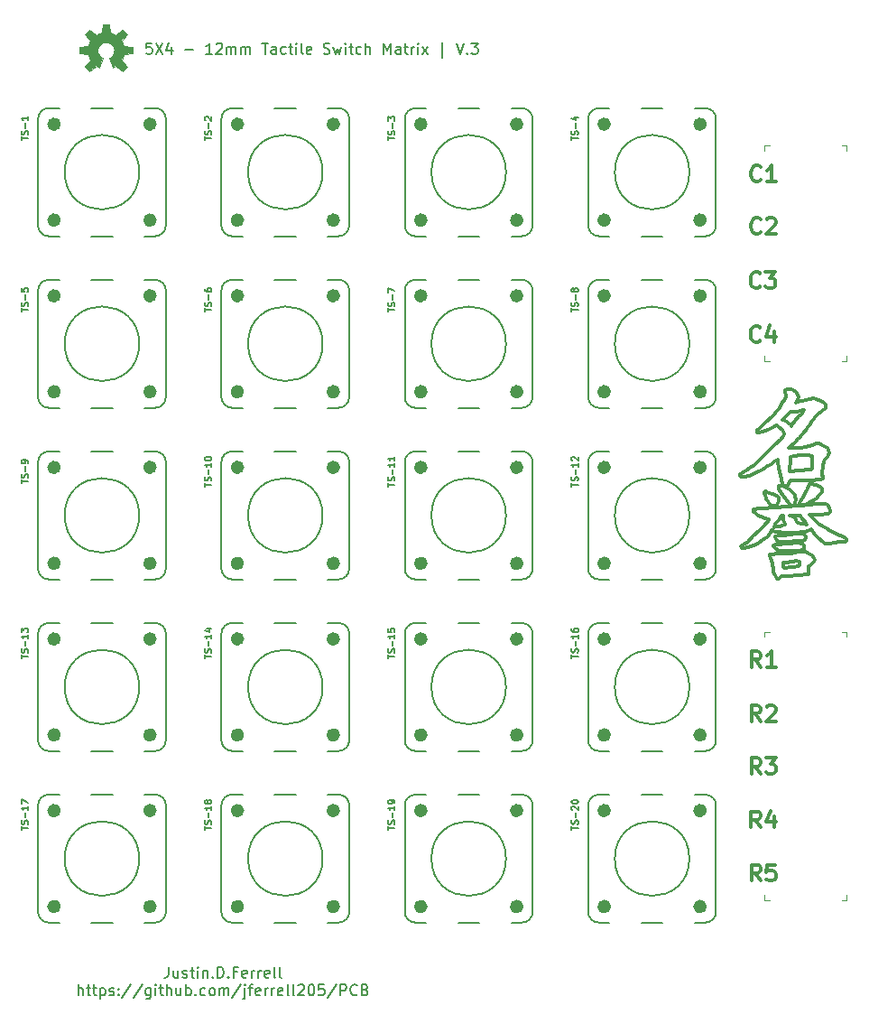
<source format=gbr>
%TF.GenerationSoftware,KiCad,Pcbnew,(5.1.10)-1*%
%TF.CreationDate,2021-10-20T08:10:08-05:00*%
%TF.ProjectId,Mk3,4d6b332e-6b69-4636-9164-5f7063625858,3*%
%TF.SameCoordinates,Original*%
%TF.FileFunction,Legend,Top*%
%TF.FilePolarity,Positive*%
%FSLAX46Y46*%
G04 Gerber Fmt 4.6, Leading zero omitted, Abs format (unit mm)*
G04 Created by KiCad (PCBNEW (5.1.10)-1) date 2021-10-20 08:10:08*
%MOMM*%
%LPD*%
G01*
G04 APERTURE LIST*
%ADD10C,0.300000*%
%ADD11C,0.150000*%
%ADD12C,0.312500*%
%ADD13C,0.010000*%
%ADD14C,0.100000*%
%ADD15C,0.698500*%
%ADD16C,0.203200*%
%ADD17C,0.127000*%
G04 APERTURE END LIST*
D10*
X172490320Y-138930771D02*
X171990320Y-138216485D01*
X171633177Y-138930771D02*
X171633177Y-137430771D01*
X172204605Y-137430771D01*
X172347462Y-137502200D01*
X172418891Y-137573628D01*
X172490320Y-137716485D01*
X172490320Y-137930771D01*
X172418891Y-138073628D01*
X172347462Y-138145057D01*
X172204605Y-138216485D01*
X171633177Y-138216485D01*
X173847462Y-137430771D02*
X173133177Y-137430771D01*
X173061748Y-138145057D01*
X173133177Y-138073628D01*
X173276034Y-138002200D01*
X173633177Y-138002200D01*
X173776034Y-138073628D01*
X173847462Y-138145057D01*
X173918891Y-138287914D01*
X173918891Y-138645057D01*
X173847462Y-138787914D01*
X173776034Y-138859342D01*
X173633177Y-138930771D01*
X173276034Y-138930771D01*
X173133177Y-138859342D01*
X173061748Y-138787914D01*
X172482700Y-133929511D02*
X171982700Y-133215225D01*
X171625557Y-133929511D02*
X171625557Y-132429511D01*
X172196985Y-132429511D01*
X172339842Y-132500940D01*
X172411271Y-132572368D01*
X172482700Y-132715225D01*
X172482700Y-132929511D01*
X172411271Y-133072368D01*
X172339842Y-133143797D01*
X172196985Y-133215225D01*
X171625557Y-133215225D01*
X173768414Y-132929511D02*
X173768414Y-133929511D01*
X173411271Y-132358082D02*
X173054128Y-133429511D01*
X173982700Y-133429511D01*
X172497940Y-128915551D02*
X171997940Y-128201265D01*
X171640797Y-128915551D02*
X171640797Y-127415551D01*
X172212225Y-127415551D01*
X172355082Y-127486980D01*
X172426511Y-127558408D01*
X172497940Y-127701265D01*
X172497940Y-127915551D01*
X172426511Y-128058408D01*
X172355082Y-128129837D01*
X172212225Y-128201265D01*
X171640797Y-128201265D01*
X172997940Y-127415551D02*
X173926511Y-127415551D01*
X173426511Y-127986980D01*
X173640797Y-127986980D01*
X173783654Y-128058408D01*
X173855082Y-128129837D01*
X173926511Y-128272694D01*
X173926511Y-128629837D01*
X173855082Y-128772694D01*
X173783654Y-128844122D01*
X173640797Y-128915551D01*
X173212225Y-128915551D01*
X173069368Y-128844122D01*
X172997940Y-128772694D01*
X172500480Y-123972711D02*
X172000480Y-123258425D01*
X171643337Y-123972711D02*
X171643337Y-122472711D01*
X172214765Y-122472711D01*
X172357622Y-122544140D01*
X172429051Y-122615568D01*
X172500480Y-122758425D01*
X172500480Y-122972711D01*
X172429051Y-123115568D01*
X172357622Y-123186997D01*
X172214765Y-123258425D01*
X171643337Y-123258425D01*
X173071908Y-122615568D02*
X173143337Y-122544140D01*
X173286194Y-122472711D01*
X173643337Y-122472711D01*
X173786194Y-122544140D01*
X173857622Y-122615568D01*
X173929051Y-122758425D01*
X173929051Y-122901282D01*
X173857622Y-123115568D01*
X173000480Y-123972711D01*
X173929051Y-123972711D01*
X172505560Y-118913031D02*
X172005560Y-118198745D01*
X171648417Y-118913031D02*
X171648417Y-117413031D01*
X172219845Y-117413031D01*
X172362702Y-117484460D01*
X172434131Y-117555888D01*
X172505560Y-117698745D01*
X172505560Y-117913031D01*
X172434131Y-118055888D01*
X172362702Y-118127317D01*
X172219845Y-118198745D01*
X171648417Y-118198745D01*
X173934131Y-118913031D02*
X173076988Y-118913031D01*
X173505560Y-118913031D02*
X173505560Y-117413031D01*
X173362702Y-117627317D01*
X173219845Y-117770174D01*
X173076988Y-117841602D01*
X172472540Y-88277474D02*
X172401111Y-88348902D01*
X172186825Y-88420331D01*
X172043968Y-88420331D01*
X171829682Y-88348902D01*
X171686825Y-88206045D01*
X171615397Y-88063188D01*
X171543968Y-87777474D01*
X171543968Y-87563188D01*
X171615397Y-87277474D01*
X171686825Y-87134617D01*
X171829682Y-86991760D01*
X172043968Y-86920331D01*
X172186825Y-86920331D01*
X172401111Y-86991760D01*
X172472540Y-87063188D01*
X173758254Y-87420331D02*
X173758254Y-88420331D01*
X173401111Y-86848902D02*
X173043968Y-87920331D01*
X173972540Y-87920331D01*
X172472540Y-83230494D02*
X172401111Y-83301922D01*
X172186825Y-83373351D01*
X172043968Y-83373351D01*
X171829682Y-83301922D01*
X171686825Y-83159065D01*
X171615397Y-83016208D01*
X171543968Y-82730494D01*
X171543968Y-82516208D01*
X171615397Y-82230494D01*
X171686825Y-82087637D01*
X171829682Y-81944780D01*
X172043968Y-81873351D01*
X172186825Y-81873351D01*
X172401111Y-81944780D01*
X172472540Y-82016208D01*
X172972540Y-81873351D02*
X173901111Y-81873351D01*
X173401111Y-82444780D01*
X173615397Y-82444780D01*
X173758254Y-82516208D01*
X173829682Y-82587637D01*
X173901111Y-82730494D01*
X173901111Y-83087637D01*
X173829682Y-83230494D01*
X173758254Y-83301922D01*
X173615397Y-83373351D01*
X173186825Y-83373351D01*
X173043968Y-83301922D01*
X172972540Y-83230494D01*
X172508100Y-78145414D02*
X172436671Y-78216842D01*
X172222385Y-78288271D01*
X172079528Y-78288271D01*
X171865242Y-78216842D01*
X171722385Y-78073985D01*
X171650957Y-77931128D01*
X171579528Y-77645414D01*
X171579528Y-77431128D01*
X171650957Y-77145414D01*
X171722385Y-77002557D01*
X171865242Y-76859700D01*
X172079528Y-76788271D01*
X172222385Y-76788271D01*
X172436671Y-76859700D01*
X172508100Y-76931128D01*
X173079528Y-76931128D02*
X173150957Y-76859700D01*
X173293814Y-76788271D01*
X173650957Y-76788271D01*
X173793814Y-76859700D01*
X173865242Y-76931128D01*
X173936671Y-77073985D01*
X173936671Y-77216842D01*
X173865242Y-77431128D01*
X173008100Y-78288271D01*
X173936671Y-78288271D01*
X172508100Y-73243214D02*
X172436671Y-73314642D01*
X172222385Y-73386071D01*
X172079528Y-73386071D01*
X171865242Y-73314642D01*
X171722385Y-73171785D01*
X171650957Y-73028928D01*
X171579528Y-72743214D01*
X171579528Y-72528928D01*
X171650957Y-72243214D01*
X171722385Y-72100357D01*
X171865242Y-71957500D01*
X172079528Y-71886071D01*
X172222385Y-71886071D01*
X172436671Y-71957500D01*
X172508100Y-72028928D01*
X173936671Y-73386071D02*
X173079528Y-73386071D01*
X173508100Y-73386071D02*
X173508100Y-71886071D01*
X173365242Y-72100357D01*
X173222385Y-72243214D01*
X173079528Y-72314642D01*
D11*
X116946681Y-147019260D02*
X116946681Y-147733546D01*
X116899062Y-147876403D01*
X116803824Y-147971641D01*
X116660967Y-148019260D01*
X116565729Y-148019260D01*
X117851443Y-147352594D02*
X117851443Y-148019260D01*
X117422872Y-147352594D02*
X117422872Y-147876403D01*
X117470491Y-147971641D01*
X117565729Y-148019260D01*
X117708586Y-148019260D01*
X117803824Y-147971641D01*
X117851443Y-147924022D01*
X118280015Y-147971641D02*
X118375253Y-148019260D01*
X118565729Y-148019260D01*
X118660967Y-147971641D01*
X118708586Y-147876403D01*
X118708586Y-147828784D01*
X118660967Y-147733546D01*
X118565729Y-147685927D01*
X118422872Y-147685927D01*
X118327634Y-147638308D01*
X118280015Y-147543070D01*
X118280015Y-147495451D01*
X118327634Y-147400213D01*
X118422872Y-147352594D01*
X118565729Y-147352594D01*
X118660967Y-147400213D01*
X118994300Y-147352594D02*
X119375253Y-147352594D01*
X119137158Y-147019260D02*
X119137158Y-147876403D01*
X119184777Y-147971641D01*
X119280015Y-148019260D01*
X119375253Y-148019260D01*
X119708586Y-148019260D02*
X119708586Y-147352594D01*
X119708586Y-147019260D02*
X119660967Y-147066880D01*
X119708586Y-147114499D01*
X119756205Y-147066880D01*
X119708586Y-147019260D01*
X119708586Y-147114499D01*
X120184777Y-147352594D02*
X120184777Y-148019260D01*
X120184777Y-147447832D02*
X120232396Y-147400213D01*
X120327634Y-147352594D01*
X120470491Y-147352594D01*
X120565729Y-147400213D01*
X120613348Y-147495451D01*
X120613348Y-148019260D01*
X121089539Y-147924022D02*
X121137158Y-147971641D01*
X121089539Y-148019260D01*
X121041920Y-147971641D01*
X121089539Y-147924022D01*
X121089539Y-148019260D01*
X121565729Y-148019260D02*
X121565729Y-147019260D01*
X121803824Y-147019260D01*
X121946681Y-147066880D01*
X122041920Y-147162118D01*
X122089539Y-147257356D01*
X122137158Y-147447832D01*
X122137158Y-147590689D01*
X122089539Y-147781165D01*
X122041920Y-147876403D01*
X121946681Y-147971641D01*
X121803824Y-148019260D01*
X121565729Y-148019260D01*
X122565729Y-147924022D02*
X122613348Y-147971641D01*
X122565729Y-148019260D01*
X122518110Y-147971641D01*
X122565729Y-147924022D01*
X122565729Y-148019260D01*
X123375253Y-147495451D02*
X123041920Y-147495451D01*
X123041920Y-148019260D02*
X123041920Y-147019260D01*
X123518110Y-147019260D01*
X124280015Y-147971641D02*
X124184777Y-148019260D01*
X123994300Y-148019260D01*
X123899062Y-147971641D01*
X123851443Y-147876403D01*
X123851443Y-147495451D01*
X123899062Y-147400213D01*
X123994300Y-147352594D01*
X124184777Y-147352594D01*
X124280015Y-147400213D01*
X124327634Y-147495451D01*
X124327634Y-147590689D01*
X123851443Y-147685927D01*
X124756205Y-148019260D02*
X124756205Y-147352594D01*
X124756205Y-147543070D02*
X124803824Y-147447832D01*
X124851443Y-147400213D01*
X124946681Y-147352594D01*
X125041920Y-147352594D01*
X125375253Y-148019260D02*
X125375253Y-147352594D01*
X125375253Y-147543070D02*
X125422872Y-147447832D01*
X125470491Y-147400213D01*
X125565729Y-147352594D01*
X125660967Y-147352594D01*
X126375253Y-147971641D02*
X126280015Y-148019260D01*
X126089539Y-148019260D01*
X125994300Y-147971641D01*
X125946681Y-147876403D01*
X125946681Y-147495451D01*
X125994300Y-147400213D01*
X126089539Y-147352594D01*
X126280015Y-147352594D01*
X126375253Y-147400213D01*
X126422872Y-147495451D01*
X126422872Y-147590689D01*
X125946681Y-147685927D01*
X126994300Y-148019260D02*
X126899062Y-147971641D01*
X126851443Y-147876403D01*
X126851443Y-147019260D01*
X127518110Y-148019260D02*
X127422872Y-147971641D01*
X127375253Y-147876403D01*
X127375253Y-147019260D01*
X108494300Y-149669260D02*
X108494300Y-148669260D01*
X108922872Y-149669260D02*
X108922872Y-149145451D01*
X108875253Y-149050213D01*
X108780015Y-149002594D01*
X108637158Y-149002594D01*
X108541920Y-149050213D01*
X108494300Y-149097832D01*
X109256205Y-149002594D02*
X109637158Y-149002594D01*
X109399062Y-148669260D02*
X109399062Y-149526403D01*
X109446681Y-149621641D01*
X109541920Y-149669260D01*
X109637158Y-149669260D01*
X109827634Y-149002594D02*
X110208586Y-149002594D01*
X109970491Y-148669260D02*
X109970491Y-149526403D01*
X110018110Y-149621641D01*
X110113348Y-149669260D01*
X110208586Y-149669260D01*
X110541920Y-149002594D02*
X110541920Y-150002594D01*
X110541920Y-149050213D02*
X110637158Y-149002594D01*
X110827634Y-149002594D01*
X110922872Y-149050213D01*
X110970491Y-149097832D01*
X111018110Y-149193070D01*
X111018110Y-149478784D01*
X110970491Y-149574022D01*
X110922872Y-149621641D01*
X110827634Y-149669260D01*
X110637158Y-149669260D01*
X110541920Y-149621641D01*
X111399062Y-149621641D02*
X111494300Y-149669260D01*
X111684777Y-149669260D01*
X111780015Y-149621641D01*
X111827634Y-149526403D01*
X111827634Y-149478784D01*
X111780015Y-149383546D01*
X111684777Y-149335927D01*
X111541920Y-149335927D01*
X111446681Y-149288308D01*
X111399062Y-149193070D01*
X111399062Y-149145451D01*
X111446681Y-149050213D01*
X111541920Y-149002594D01*
X111684777Y-149002594D01*
X111780015Y-149050213D01*
X112256205Y-149574022D02*
X112303824Y-149621641D01*
X112256205Y-149669260D01*
X112208586Y-149621641D01*
X112256205Y-149574022D01*
X112256205Y-149669260D01*
X112256205Y-149050213D02*
X112303824Y-149097832D01*
X112256205Y-149145451D01*
X112208586Y-149097832D01*
X112256205Y-149050213D01*
X112256205Y-149145451D01*
X113446681Y-148621641D02*
X112589539Y-149907356D01*
X114494300Y-148621641D02*
X113637158Y-149907356D01*
X115256205Y-149002594D02*
X115256205Y-149812118D01*
X115208586Y-149907356D01*
X115160967Y-149954975D01*
X115065729Y-150002594D01*
X114922872Y-150002594D01*
X114827634Y-149954975D01*
X115256205Y-149621641D02*
X115160967Y-149669260D01*
X114970491Y-149669260D01*
X114875253Y-149621641D01*
X114827634Y-149574022D01*
X114780015Y-149478784D01*
X114780015Y-149193070D01*
X114827634Y-149097832D01*
X114875253Y-149050213D01*
X114970491Y-149002594D01*
X115160967Y-149002594D01*
X115256205Y-149050213D01*
X115732396Y-149669260D02*
X115732396Y-149002594D01*
X115732396Y-148669260D02*
X115684777Y-148716880D01*
X115732396Y-148764499D01*
X115780015Y-148716880D01*
X115732396Y-148669260D01*
X115732396Y-148764499D01*
X116065729Y-149002594D02*
X116446681Y-149002594D01*
X116208586Y-148669260D02*
X116208586Y-149526403D01*
X116256205Y-149621641D01*
X116351443Y-149669260D01*
X116446681Y-149669260D01*
X116780015Y-149669260D02*
X116780015Y-148669260D01*
X117208586Y-149669260D02*
X117208586Y-149145451D01*
X117160967Y-149050213D01*
X117065729Y-149002594D01*
X116922872Y-149002594D01*
X116827634Y-149050213D01*
X116780015Y-149097832D01*
X118113348Y-149002594D02*
X118113348Y-149669260D01*
X117684777Y-149002594D02*
X117684777Y-149526403D01*
X117732396Y-149621641D01*
X117827634Y-149669260D01*
X117970491Y-149669260D01*
X118065729Y-149621641D01*
X118113348Y-149574022D01*
X118589539Y-149669260D02*
X118589539Y-148669260D01*
X118589539Y-149050213D02*
X118684777Y-149002594D01*
X118875253Y-149002594D01*
X118970491Y-149050213D01*
X119018110Y-149097832D01*
X119065729Y-149193070D01*
X119065729Y-149478784D01*
X119018110Y-149574022D01*
X118970491Y-149621641D01*
X118875253Y-149669260D01*
X118684777Y-149669260D01*
X118589539Y-149621641D01*
X119494300Y-149574022D02*
X119541920Y-149621641D01*
X119494300Y-149669260D01*
X119446681Y-149621641D01*
X119494300Y-149574022D01*
X119494300Y-149669260D01*
X120399062Y-149621641D02*
X120303824Y-149669260D01*
X120113348Y-149669260D01*
X120018110Y-149621641D01*
X119970491Y-149574022D01*
X119922872Y-149478784D01*
X119922872Y-149193070D01*
X119970491Y-149097832D01*
X120018110Y-149050213D01*
X120113348Y-149002594D01*
X120303824Y-149002594D01*
X120399062Y-149050213D01*
X120970491Y-149669260D02*
X120875253Y-149621641D01*
X120827634Y-149574022D01*
X120780015Y-149478784D01*
X120780015Y-149193070D01*
X120827634Y-149097832D01*
X120875253Y-149050213D01*
X120970491Y-149002594D01*
X121113348Y-149002594D01*
X121208586Y-149050213D01*
X121256205Y-149097832D01*
X121303824Y-149193070D01*
X121303824Y-149478784D01*
X121256205Y-149574022D01*
X121208586Y-149621641D01*
X121113348Y-149669260D01*
X120970491Y-149669260D01*
X121732396Y-149669260D02*
X121732396Y-149002594D01*
X121732396Y-149097832D02*
X121780015Y-149050213D01*
X121875253Y-149002594D01*
X122018110Y-149002594D01*
X122113348Y-149050213D01*
X122160967Y-149145451D01*
X122160967Y-149669260D01*
X122160967Y-149145451D02*
X122208586Y-149050213D01*
X122303824Y-149002594D01*
X122446681Y-149002594D01*
X122541920Y-149050213D01*
X122589539Y-149145451D01*
X122589539Y-149669260D01*
X123780015Y-148621641D02*
X122922872Y-149907356D01*
X124113348Y-149002594D02*
X124113348Y-149859737D01*
X124065729Y-149954975D01*
X123970491Y-150002594D01*
X123922872Y-150002594D01*
X124113348Y-148669260D02*
X124065729Y-148716880D01*
X124113348Y-148764499D01*
X124160967Y-148716880D01*
X124113348Y-148669260D01*
X124113348Y-148764499D01*
X124446681Y-149002594D02*
X124827634Y-149002594D01*
X124589539Y-149669260D02*
X124589539Y-148812118D01*
X124637158Y-148716880D01*
X124732396Y-148669260D01*
X124827634Y-148669260D01*
X125541920Y-149621641D02*
X125446681Y-149669260D01*
X125256205Y-149669260D01*
X125160967Y-149621641D01*
X125113348Y-149526403D01*
X125113348Y-149145451D01*
X125160967Y-149050213D01*
X125256205Y-149002594D01*
X125446681Y-149002594D01*
X125541920Y-149050213D01*
X125589539Y-149145451D01*
X125589539Y-149240689D01*
X125113348Y-149335927D01*
X126018110Y-149669260D02*
X126018110Y-149002594D01*
X126018110Y-149193070D02*
X126065729Y-149097832D01*
X126113348Y-149050213D01*
X126208586Y-149002594D01*
X126303824Y-149002594D01*
X126637158Y-149669260D02*
X126637158Y-149002594D01*
X126637158Y-149193070D02*
X126684777Y-149097832D01*
X126732396Y-149050213D01*
X126827634Y-149002594D01*
X126922872Y-149002594D01*
X127637158Y-149621641D02*
X127541920Y-149669260D01*
X127351443Y-149669260D01*
X127256205Y-149621641D01*
X127208586Y-149526403D01*
X127208586Y-149145451D01*
X127256205Y-149050213D01*
X127351443Y-149002594D01*
X127541920Y-149002594D01*
X127637158Y-149050213D01*
X127684777Y-149145451D01*
X127684777Y-149240689D01*
X127208586Y-149335927D01*
X128256205Y-149669260D02*
X128160967Y-149621641D01*
X128113348Y-149526403D01*
X128113348Y-148669260D01*
X128780015Y-149669260D02*
X128684777Y-149621641D01*
X128637158Y-149526403D01*
X128637158Y-148669260D01*
X129113348Y-148764499D02*
X129160967Y-148716880D01*
X129256205Y-148669260D01*
X129494300Y-148669260D01*
X129589539Y-148716880D01*
X129637158Y-148764499D01*
X129684777Y-148859737D01*
X129684777Y-148954975D01*
X129637158Y-149097832D01*
X129065729Y-149669260D01*
X129684777Y-149669260D01*
X130303824Y-148669260D02*
X130399062Y-148669260D01*
X130494300Y-148716880D01*
X130541920Y-148764499D01*
X130589539Y-148859737D01*
X130637158Y-149050213D01*
X130637158Y-149288308D01*
X130589539Y-149478784D01*
X130541920Y-149574022D01*
X130494300Y-149621641D01*
X130399062Y-149669260D01*
X130303824Y-149669260D01*
X130208586Y-149621641D01*
X130160967Y-149574022D01*
X130113348Y-149478784D01*
X130065729Y-149288308D01*
X130065729Y-149050213D01*
X130113348Y-148859737D01*
X130160967Y-148764499D01*
X130208586Y-148716880D01*
X130303824Y-148669260D01*
X131541920Y-148669260D02*
X131065729Y-148669260D01*
X131018110Y-149145451D01*
X131065729Y-149097832D01*
X131160967Y-149050213D01*
X131399062Y-149050213D01*
X131494300Y-149097832D01*
X131541920Y-149145451D01*
X131589539Y-149240689D01*
X131589539Y-149478784D01*
X131541920Y-149574022D01*
X131494300Y-149621641D01*
X131399062Y-149669260D01*
X131160967Y-149669260D01*
X131065729Y-149621641D01*
X131018110Y-149574022D01*
X132732396Y-148621641D02*
X131875253Y-149907356D01*
X133065729Y-149669260D02*
X133065729Y-148669260D01*
X133446681Y-148669260D01*
X133541920Y-148716880D01*
X133589539Y-148764499D01*
X133637158Y-148859737D01*
X133637158Y-149002594D01*
X133589539Y-149097832D01*
X133541920Y-149145451D01*
X133446681Y-149193070D01*
X133065729Y-149193070D01*
X134637158Y-149574022D02*
X134589539Y-149621641D01*
X134446681Y-149669260D01*
X134351443Y-149669260D01*
X134208586Y-149621641D01*
X134113348Y-149526403D01*
X134065729Y-149431165D01*
X134018110Y-149240689D01*
X134018110Y-149097832D01*
X134065729Y-148907356D01*
X134113348Y-148812118D01*
X134208586Y-148716880D01*
X134351443Y-148669260D01*
X134446681Y-148669260D01*
X134589539Y-148716880D01*
X134637158Y-148764499D01*
X135399062Y-149145451D02*
X135541920Y-149193070D01*
X135589539Y-149240689D01*
X135637158Y-149335927D01*
X135637158Y-149478784D01*
X135589539Y-149574022D01*
X135541920Y-149621641D01*
X135446681Y-149669260D01*
X135065729Y-149669260D01*
X135065729Y-148669260D01*
X135399062Y-148669260D01*
X135494300Y-148716880D01*
X135541920Y-148764499D01*
X135589539Y-148859737D01*
X135589539Y-148954975D01*
X135541920Y-149050213D01*
X135494300Y-149097832D01*
X135399062Y-149145451D01*
X135065729Y-149145451D01*
X115373760Y-60402220D02*
X114897570Y-60402220D01*
X114849951Y-60878411D01*
X114897570Y-60830792D01*
X114992808Y-60783173D01*
X115230903Y-60783173D01*
X115326141Y-60830792D01*
X115373760Y-60878411D01*
X115421380Y-60973649D01*
X115421380Y-61211744D01*
X115373760Y-61306982D01*
X115326141Y-61354601D01*
X115230903Y-61402220D01*
X114992808Y-61402220D01*
X114897570Y-61354601D01*
X114849951Y-61306982D01*
X115754713Y-60402220D02*
X116421380Y-61402220D01*
X116421380Y-60402220D02*
X115754713Y-61402220D01*
X117230903Y-60735554D02*
X117230903Y-61402220D01*
X116992808Y-60354601D02*
X116754713Y-61068887D01*
X117373760Y-61068887D01*
X118516618Y-61021268D02*
X119278522Y-61021268D01*
X121040427Y-61402220D02*
X120468999Y-61402220D01*
X120754713Y-61402220D02*
X120754713Y-60402220D01*
X120659475Y-60545078D01*
X120564237Y-60640316D01*
X120468999Y-60687935D01*
X121421380Y-60497459D02*
X121468999Y-60449840D01*
X121564237Y-60402220D01*
X121802332Y-60402220D01*
X121897570Y-60449840D01*
X121945189Y-60497459D01*
X121992808Y-60592697D01*
X121992808Y-60687935D01*
X121945189Y-60830792D01*
X121373760Y-61402220D01*
X121992808Y-61402220D01*
X122421380Y-61402220D02*
X122421380Y-60735554D01*
X122421380Y-60830792D02*
X122468999Y-60783173D01*
X122564237Y-60735554D01*
X122707094Y-60735554D01*
X122802332Y-60783173D01*
X122849951Y-60878411D01*
X122849951Y-61402220D01*
X122849951Y-60878411D02*
X122897570Y-60783173D01*
X122992808Y-60735554D01*
X123135665Y-60735554D01*
X123230903Y-60783173D01*
X123278522Y-60878411D01*
X123278522Y-61402220D01*
X123754713Y-61402220D02*
X123754713Y-60735554D01*
X123754713Y-60830792D02*
X123802332Y-60783173D01*
X123897570Y-60735554D01*
X124040427Y-60735554D01*
X124135665Y-60783173D01*
X124183284Y-60878411D01*
X124183284Y-61402220D01*
X124183284Y-60878411D02*
X124230903Y-60783173D01*
X124326141Y-60735554D01*
X124468999Y-60735554D01*
X124564237Y-60783173D01*
X124611856Y-60878411D01*
X124611856Y-61402220D01*
X125707094Y-60402220D02*
X126278522Y-60402220D01*
X125992808Y-61402220D02*
X125992808Y-60402220D01*
X127040427Y-61402220D02*
X127040427Y-60878411D01*
X126992808Y-60783173D01*
X126897570Y-60735554D01*
X126707094Y-60735554D01*
X126611856Y-60783173D01*
X127040427Y-61354601D02*
X126945189Y-61402220D01*
X126707094Y-61402220D01*
X126611856Y-61354601D01*
X126564237Y-61259363D01*
X126564237Y-61164125D01*
X126611856Y-61068887D01*
X126707094Y-61021268D01*
X126945189Y-61021268D01*
X127040427Y-60973649D01*
X127945189Y-61354601D02*
X127849951Y-61402220D01*
X127659475Y-61402220D01*
X127564237Y-61354601D01*
X127516618Y-61306982D01*
X127468999Y-61211744D01*
X127468999Y-60926030D01*
X127516618Y-60830792D01*
X127564237Y-60783173D01*
X127659475Y-60735554D01*
X127849951Y-60735554D01*
X127945189Y-60783173D01*
X128230903Y-60735554D02*
X128611856Y-60735554D01*
X128373760Y-60402220D02*
X128373760Y-61259363D01*
X128421380Y-61354601D01*
X128516618Y-61402220D01*
X128611856Y-61402220D01*
X128945189Y-61402220D02*
X128945189Y-60735554D01*
X128945189Y-60402220D02*
X128897570Y-60449840D01*
X128945189Y-60497459D01*
X128992808Y-60449840D01*
X128945189Y-60402220D01*
X128945189Y-60497459D01*
X129564237Y-61402220D02*
X129468999Y-61354601D01*
X129421380Y-61259363D01*
X129421380Y-60402220D01*
X130326141Y-61354601D02*
X130230903Y-61402220D01*
X130040427Y-61402220D01*
X129945189Y-61354601D01*
X129897570Y-61259363D01*
X129897570Y-60878411D01*
X129945189Y-60783173D01*
X130040427Y-60735554D01*
X130230903Y-60735554D01*
X130326141Y-60783173D01*
X130373760Y-60878411D01*
X130373760Y-60973649D01*
X129897570Y-61068887D01*
X131516618Y-61354601D02*
X131659475Y-61402220D01*
X131897570Y-61402220D01*
X131992808Y-61354601D01*
X132040427Y-61306982D01*
X132088046Y-61211744D01*
X132088046Y-61116506D01*
X132040427Y-61021268D01*
X131992808Y-60973649D01*
X131897570Y-60926030D01*
X131707094Y-60878411D01*
X131611856Y-60830792D01*
X131564237Y-60783173D01*
X131516618Y-60687935D01*
X131516618Y-60592697D01*
X131564237Y-60497459D01*
X131611856Y-60449840D01*
X131707094Y-60402220D01*
X131945189Y-60402220D01*
X132088046Y-60449840D01*
X132421380Y-60735554D02*
X132611856Y-61402220D01*
X132802332Y-60926030D01*
X132992808Y-61402220D01*
X133183284Y-60735554D01*
X133564237Y-61402220D02*
X133564237Y-60735554D01*
X133564237Y-60402220D02*
X133516618Y-60449840D01*
X133564237Y-60497459D01*
X133611856Y-60449840D01*
X133564237Y-60402220D01*
X133564237Y-60497459D01*
X133897570Y-60735554D02*
X134278522Y-60735554D01*
X134040427Y-60402220D02*
X134040427Y-61259363D01*
X134088046Y-61354601D01*
X134183284Y-61402220D01*
X134278522Y-61402220D01*
X135040427Y-61354601D02*
X134945189Y-61402220D01*
X134754713Y-61402220D01*
X134659475Y-61354601D01*
X134611856Y-61306982D01*
X134564237Y-61211744D01*
X134564237Y-60926030D01*
X134611856Y-60830792D01*
X134659475Y-60783173D01*
X134754713Y-60735554D01*
X134945189Y-60735554D01*
X135040427Y-60783173D01*
X135468999Y-61402220D02*
X135468999Y-60402220D01*
X135897570Y-61402220D02*
X135897570Y-60878411D01*
X135849951Y-60783173D01*
X135754713Y-60735554D01*
X135611856Y-60735554D01*
X135516618Y-60783173D01*
X135468999Y-60830792D01*
X137135665Y-61402220D02*
X137135665Y-60402220D01*
X137468999Y-61116506D01*
X137802332Y-60402220D01*
X137802332Y-61402220D01*
X138707094Y-61402220D02*
X138707094Y-60878411D01*
X138659475Y-60783173D01*
X138564237Y-60735554D01*
X138373760Y-60735554D01*
X138278522Y-60783173D01*
X138707094Y-61354601D02*
X138611856Y-61402220D01*
X138373760Y-61402220D01*
X138278522Y-61354601D01*
X138230903Y-61259363D01*
X138230903Y-61164125D01*
X138278522Y-61068887D01*
X138373760Y-61021268D01*
X138611856Y-61021268D01*
X138707094Y-60973649D01*
X139040427Y-60735554D02*
X139421380Y-60735554D01*
X139183284Y-60402220D02*
X139183284Y-61259363D01*
X139230903Y-61354601D01*
X139326141Y-61402220D01*
X139421380Y-61402220D01*
X139754713Y-61402220D02*
X139754713Y-60735554D01*
X139754713Y-60926030D02*
X139802332Y-60830792D01*
X139849951Y-60783173D01*
X139945189Y-60735554D01*
X140040427Y-60735554D01*
X140373760Y-61402220D02*
X140373760Y-60735554D01*
X140373760Y-60402220D02*
X140326141Y-60449840D01*
X140373760Y-60497459D01*
X140421380Y-60449840D01*
X140373760Y-60402220D01*
X140373760Y-60497459D01*
X140754713Y-61402220D02*
X141278522Y-60735554D01*
X140754713Y-60735554D02*
X141278522Y-61402220D01*
X142659475Y-61735554D02*
X142659475Y-60306982D01*
X143992808Y-60402220D02*
X144326141Y-61402220D01*
X144659475Y-60402220D01*
X144992808Y-61306982D02*
X145040427Y-61354601D01*
X144992808Y-61402220D01*
X144945189Y-61354601D01*
X144992808Y-61306982D01*
X144992808Y-61402220D01*
X145373760Y-60402220D02*
X145992808Y-60402220D01*
X145659475Y-60783173D01*
X145802332Y-60783173D01*
X145897570Y-60830792D01*
X145945189Y-60878411D01*
X145992808Y-60973649D01*
X145992808Y-61211744D01*
X145945189Y-61306982D01*
X145897570Y-61354601D01*
X145802332Y-61402220D01*
X145516618Y-61402220D01*
X145421380Y-61354601D01*
X145373760Y-61306982D01*
D12*
%TO.C,REF\u002A\u002A*%
X177356988Y-95810396D02*
X177087678Y-96196926D01*
X175840999Y-94112047D02*
X176024208Y-94065099D01*
X178605737Y-94594733D02*
X178490756Y-94703414D01*
X175511443Y-98331539D02*
X176248754Y-98354397D01*
X175998845Y-97542700D02*
X175846647Y-97718844D01*
X178394277Y-94067716D02*
X178579866Y-94256860D01*
X176009082Y-93776347D02*
X175840999Y-94112047D01*
X178280262Y-94871416D02*
X178150083Y-94977058D01*
X176133960Y-97393807D02*
X175998845Y-97542700D01*
X177624123Y-95450714D02*
X177481329Y-95636627D01*
X178150083Y-94977058D02*
X177946923Y-95148465D01*
X178760985Y-99164360D02*
X178536111Y-99423738D01*
X178897023Y-98999802D02*
X178760985Y-99164360D01*
X178490756Y-94703414D02*
X178374856Y-94790807D01*
X178915463Y-98762810D02*
X178897023Y-98999802D01*
X178907800Y-98593541D02*
X178915463Y-98762810D01*
X176311304Y-97177478D02*
X176133960Y-97393807D01*
X176479314Y-96971932D02*
X176311304Y-97177478D01*
X176823167Y-96568929D02*
X176479314Y-96971932D01*
X176749996Y-93856173D02*
X177114736Y-93771441D01*
X177946923Y-95148465D02*
X177738317Y-95322840D01*
X175240759Y-98259021D02*
X175178275Y-98309691D01*
X175550861Y-92912830D02*
X175805244Y-93093619D01*
X178870733Y-98498010D02*
X178907800Y-98593541D01*
X178758459Y-98369245D02*
X178870733Y-98498010D01*
X178577263Y-98249761D02*
X178758459Y-98369245D01*
X178283575Y-98059673D02*
X178577263Y-98249761D01*
X178028605Y-97897739D02*
X178283575Y-98059673D01*
X178637623Y-94452416D02*
X178605737Y-94594733D01*
X176024208Y-94065099D02*
X176749996Y-93856173D01*
X177893370Y-97886719D02*
X178028605Y-97897739D01*
X177741993Y-97951066D02*
X177893370Y-97886719D01*
X177368595Y-98123059D02*
X177741993Y-97951066D01*
X176740665Y-98294176D02*
X177368595Y-98123059D01*
X178579866Y-94256860D02*
X178629600Y-94350533D01*
X176037987Y-93564601D02*
X176009082Y-93776347D01*
X176248754Y-98354397D02*
X176740665Y-98294176D01*
X175846647Y-97718844D02*
X175687922Y-97888422D01*
X175178275Y-98309691D02*
X175511443Y-98331539D01*
X177686753Y-93738849D02*
X177893916Y-93821935D01*
X177114736Y-93771441D02*
X177493276Y-93726743D01*
X175687922Y-97888422D02*
X175240759Y-98259021D01*
X176917311Y-96434955D02*
X176823167Y-96568929D01*
X177087678Y-96196926D02*
X176917311Y-96434955D01*
X177481329Y-95636627D02*
X177356988Y-95810396D01*
X177493276Y-93726743D02*
X177686753Y-93738849D01*
X177738317Y-95322840D02*
X177624123Y-95450714D01*
X178374856Y-94790807D02*
X178280262Y-94871416D01*
X177893916Y-93821935D02*
X178394277Y-94067716D01*
X175980231Y-93325385D02*
X176037987Y-93564601D01*
X175805244Y-93093619D02*
X175980231Y-93325385D01*
X178629600Y-94350533D02*
X178637623Y-94452416D01*
X174809790Y-93060488D02*
X174841244Y-92944277D01*
X173511134Y-99840668D02*
X173199852Y-100018202D01*
X174826399Y-93138202D02*
X174809790Y-93060488D01*
X174834571Y-93174462D02*
X174826399Y-93138202D01*
X171186991Y-100448299D02*
X171532346Y-100194464D01*
X173058332Y-95926395D02*
X173544859Y-95434846D01*
X170608369Y-100799524D02*
X170717092Y-100704695D01*
X172623688Y-99269084D02*
X172826559Y-99059016D01*
X173873129Y-98013510D02*
X174346080Y-97565770D01*
X174343861Y-94473454D02*
X174490731Y-94221439D01*
X174900649Y-93482477D02*
X174863388Y-93316955D01*
X174490731Y-94221439D02*
X174780233Y-93746938D01*
X174186190Y-94711381D02*
X174343861Y-94473454D01*
X172644579Y-100407802D02*
X172491727Y-100489694D01*
X174759161Y-96988054D02*
X174511365Y-96685777D01*
X174511365Y-96685777D02*
X174199035Y-96376727D01*
X174017422Y-96223403D02*
X173986926Y-96237845D01*
X171004980Y-100551224D02*
X171186991Y-100448299D01*
X171931238Y-99919361D02*
X172623688Y-99269084D01*
X173749928Y-95229500D02*
X173971869Y-94982063D01*
X173544859Y-95434846D02*
X173749928Y-95229500D01*
X172321062Y-96548036D02*
X172615079Y-96306741D01*
X172663958Y-96856251D02*
X172368446Y-96900270D01*
X172491727Y-100489694D02*
X172312066Y-100568736D01*
X174075237Y-96260988D02*
X174017422Y-96223403D01*
X172184271Y-96690921D02*
X172321062Y-96548036D01*
X172368446Y-96900270D02*
X172202657Y-96873292D01*
X171270996Y-101004038D02*
X171150398Y-101045507D01*
X172157718Y-96773766D02*
X172184271Y-96690921D01*
X170925641Y-101063008D02*
X170636291Y-101056330D01*
X172202657Y-96873292D02*
X172157718Y-96773766D01*
X173986926Y-96237845D02*
X173701776Y-96430967D01*
X173199852Y-100018202D02*
X173080339Y-100065000D01*
X173701776Y-96430967D02*
X173223008Y-96652422D01*
X174608972Y-97243443D02*
X174705619Y-97097880D01*
X173440586Y-98433484D02*
X173649115Y-98235462D01*
X174346080Y-97565770D02*
X174608972Y-97243443D01*
X170564682Y-100989646D02*
X170556470Y-100899276D01*
X171782404Y-100803234D02*
X171467009Y-100932240D01*
X170636291Y-101056330D02*
X170564682Y-100989646D01*
X174863388Y-93316955D02*
X174834571Y-93174462D01*
X173971869Y-94982063D02*
X174186190Y-94711381D01*
X172615079Y-96306741D02*
X173058332Y-95926395D01*
X171467009Y-100932240D02*
X171270996Y-101004038D01*
X173223008Y-96652422D02*
X172941766Y-96769564D01*
X173649115Y-98235462D02*
X173873129Y-98013510D01*
X174199035Y-96376727D02*
X174075237Y-96260988D01*
X173025729Y-98849365D02*
X173173788Y-98692411D01*
X171532346Y-100194464D02*
X171931238Y-99919361D01*
X172826559Y-99059016D02*
X173025729Y-98849365D01*
X170717092Y-100704695D02*
X171004980Y-100551224D01*
X173080339Y-100065000D02*
X172940594Y-100169342D01*
X174705619Y-97097880D02*
X174759161Y-96988054D01*
X170556470Y-100899276D02*
X170608369Y-100799524D01*
X172312066Y-100568736D02*
X171782404Y-100803234D01*
X175191236Y-92816299D02*
X175376046Y-92834240D01*
X172941766Y-96769564D02*
X172663958Y-96856251D01*
X172940594Y-100169342D02*
X172644579Y-100407802D01*
X171150398Y-101045507D02*
X170925641Y-101063008D01*
X175376046Y-92834240D02*
X175550861Y-92912830D01*
X174955359Y-92837214D02*
X175191236Y-92816299D01*
X174841244Y-92944277D02*
X174955359Y-92837214D01*
X174780233Y-93746938D02*
X174900649Y-93482477D01*
X173173788Y-98692411D02*
X173440586Y-98433484D01*
X174187155Y-100262150D02*
X174108169Y-99650355D01*
X174225905Y-103339917D02*
X174165174Y-103522750D01*
X174353409Y-100923183D02*
X174187155Y-100262150D01*
X176191709Y-103642112D02*
X176171544Y-103541985D01*
X175771383Y-102895751D02*
X175778163Y-103141617D01*
X176918123Y-102141147D02*
X177000195Y-101931244D01*
X175188931Y-102265635D02*
X175572671Y-102576267D01*
X174453709Y-101305873D02*
X174353409Y-100923183D01*
X174571019Y-101738462D02*
X174453709Y-101305873D01*
X176230247Y-103721450D02*
X176230246Y-103721450D01*
X176423312Y-103724004D02*
X176286453Y-103748697D01*
X175577441Y-103734658D02*
X175467137Y-103747584D01*
X176703541Y-102565950D02*
X176847764Y-102309158D01*
X173828080Y-103785050D02*
X173617512Y-103742376D01*
X176286453Y-103748697D02*
X176230247Y-103721450D01*
X177487377Y-103255715D02*
X177280095Y-103331510D01*
X176171544Y-103541985D02*
X176160970Y-103478630D01*
X175718129Y-102758927D02*
X175771383Y-102895751D01*
X177279421Y-101716634D02*
X177681488Y-101807717D01*
X177000195Y-101931244D02*
X177048099Y-101814296D01*
X176230246Y-103721450D02*
X176191709Y-103642112D01*
X175467137Y-103747584D02*
X175305145Y-103712179D01*
X175758710Y-103507563D02*
X175664824Y-103665500D01*
X173617512Y-103742376D02*
X173617511Y-103742375D01*
X177602778Y-103207361D02*
X177487377Y-103255715D01*
X178231842Y-102140440D02*
X178265778Y-102347271D01*
X176847764Y-102309158D02*
X176918123Y-102141147D01*
X174247970Y-102267264D02*
X174172806Y-102047387D01*
X177730950Y-103091622D02*
X177602778Y-103207361D01*
X174172211Y-101906292D02*
X174305645Y-101864206D01*
X174691889Y-101911243D02*
X174571019Y-101738462D01*
X176986962Y-103493380D02*
X176696565Y-103643886D01*
X174165174Y-103522750D02*
X174076956Y-103673454D01*
X178116341Y-102008184D02*
X178231842Y-102140440D01*
X177936296Y-102866896D02*
X177730950Y-103091622D01*
X178112748Y-102663664D02*
X177936296Y-102866896D01*
X177121680Y-101747375D02*
X177279421Y-101716634D01*
X174546166Y-101913475D02*
X174877673Y-102069199D01*
X175150563Y-103521904D02*
X174631548Y-102827299D01*
X174305645Y-101864206D02*
X174546166Y-101913475D01*
X178243713Y-102501109D02*
X178112748Y-102663664D01*
X178265778Y-102347271D02*
X178243713Y-102501109D01*
X177681488Y-101807717D02*
X178116341Y-102008184D01*
X174631548Y-102827299D02*
X174247970Y-102267264D01*
X177048099Y-101814296D02*
X177121680Y-101747375D01*
X176542863Y-102817965D02*
X176703541Y-102565950D01*
X176394461Y-103079315D02*
X176542863Y-102817965D01*
X175664824Y-103665500D02*
X175577441Y-103734658D01*
X175778163Y-103141617D02*
X175758710Y-103507563D01*
X176160970Y-103478630D02*
X176248710Y-103356763D01*
X175572671Y-102576267D02*
X175718129Y-102758927D01*
X174076956Y-103673454D02*
X173971887Y-103768210D01*
X175305145Y-103712179D02*
X175305141Y-103712178D01*
X174877673Y-102069199D02*
X175188931Y-102265635D01*
X175305141Y-103712178D02*
X175150563Y-103521904D01*
X173807804Y-99644436D02*
X173511134Y-99840668D01*
X174108169Y-99650355D02*
X174095404Y-99478930D01*
X173971887Y-103768210D02*
X173828080Y-103785050D01*
X174172806Y-102047387D02*
X174172211Y-101906292D01*
X176696565Y-103643886D02*
X176423312Y-103724004D01*
X177280095Y-103331510D02*
X176986962Y-103493380D01*
X176248710Y-103356763D02*
X176394461Y-103079315D01*
X173962428Y-99561683D02*
X173807804Y-99644436D01*
X174095404Y-99478930D02*
X173962428Y-99561683D01*
X174200259Y-103006731D02*
X174248512Y-103148772D01*
X176359239Y-104857413D02*
X176206469Y-104684736D01*
X176225459Y-105448991D02*
X176486809Y-105486855D01*
X173998467Y-102858790D02*
X174200259Y-103006731D01*
X173875156Y-106750745D02*
X173904120Y-106667840D01*
X176421756Y-106420419D02*
X176570470Y-106469504D01*
X175663464Y-104898776D02*
X175779387Y-105041413D01*
X176775746Y-105380110D02*
X176359239Y-104857413D01*
X175966477Y-105373437D02*
X176060147Y-105415954D01*
X173585065Y-102681503D02*
X173998467Y-102858790D01*
X172984794Y-103017809D02*
X172903353Y-102800428D01*
X176775673Y-105380127D02*
X176775746Y-105380110D01*
X175187201Y-106506128D02*
X175831454Y-106416456D01*
X172848428Y-102596555D02*
X172864390Y-102480504D01*
X173260174Y-103508596D02*
X173163394Y-103360509D01*
X176486809Y-105486855D02*
X176846789Y-105540674D01*
X176734381Y-106801607D02*
X176676167Y-106942811D01*
X173904120Y-106667840D02*
X173981761Y-106608633D01*
X176570470Y-106469504D02*
X176672654Y-106550018D01*
X173917739Y-106897941D02*
X173875156Y-106750745D01*
X174279921Y-107140250D02*
X174071627Y-107027242D01*
X176060147Y-105415954D02*
X176225459Y-105448991D01*
X176846789Y-105540674D02*
X176873447Y-105520638D01*
X175986421Y-104684750D02*
X175450781Y-104698259D01*
X173406576Y-103647376D02*
X173260174Y-103508596D01*
X176233556Y-107067343D02*
X175863279Y-107083989D01*
X175831454Y-106416456D02*
X176421756Y-106420419D01*
X174066771Y-105298198D02*
X173909567Y-105501029D01*
X172903353Y-102800428D02*
X172848428Y-102596555D01*
X173617511Y-103742375D02*
X173406576Y-103647376D01*
X173307518Y-102585974D02*
X173585065Y-102681503D01*
X173091110Y-102464361D02*
X173307518Y-102585974D01*
X172864390Y-102480504D02*
X172911218Y-102419211D01*
X176451314Y-107026866D02*
X176233556Y-107067343D01*
X172987322Y-102413541D02*
X173091110Y-102464361D01*
X176206469Y-104684736D02*
X175986421Y-104684750D01*
X172911218Y-102419211D02*
X172987322Y-102413541D01*
X174715209Y-107159714D02*
X174279921Y-107140249D01*
X176727546Y-106661029D02*
X176734381Y-106801607D01*
X175135234Y-107129508D02*
X174715209Y-107159714D01*
X175863279Y-107083989D02*
X175135234Y-107129508D01*
X175915819Y-105273992D02*
X175966477Y-105373437D01*
X175779387Y-105041413D02*
X175837836Y-105125017D01*
X173844221Y-105739465D02*
X173844221Y-105739465D01*
X176672654Y-106550018D02*
X176727546Y-106661029D01*
X176676167Y-106942811D02*
X176451314Y-107026866D01*
X174227576Y-106587084D02*
X174664994Y-106594385D01*
X176873447Y-105520638D02*
X176775673Y-105380127D01*
X175275290Y-104723666D02*
X175509387Y-104783158D01*
X175450781Y-104698259D02*
X175210764Y-104711500D01*
X173108007Y-103283714D02*
X173038987Y-103195997D01*
X174664994Y-106594385D02*
X175187201Y-106506128D01*
X173981761Y-106608633D02*
X174094205Y-106579567D01*
X174279921Y-107140249D02*
X174279921Y-107140250D01*
X174071627Y-107027242D02*
X173917739Y-106897941D01*
X175210764Y-104711500D02*
X175275290Y-104723666D01*
X173038987Y-103195997D02*
X172984794Y-103017809D01*
X173163394Y-103360509D02*
X173108007Y-103283714D01*
X174094205Y-106579567D02*
X174227576Y-106587084D01*
X175509387Y-104783158D02*
X175663464Y-104898776D01*
X173759650Y-105767466D02*
X173844221Y-105739465D01*
X173909567Y-105501029D02*
X173759650Y-105767466D01*
X174248512Y-103148772D02*
X174225905Y-103339917D01*
X175837836Y-105125017D02*
X175915819Y-105273992D01*
X174550776Y-105612363D02*
X174718786Y-105564043D01*
X180183161Y-107167555D02*
X179823098Y-107187415D01*
X174312212Y-105676162D02*
X174550776Y-105612363D01*
X173844221Y-105739465D02*
X173989638Y-105711464D01*
X180574791Y-107080613D02*
X180478727Y-107151845D01*
X170762055Y-107741296D02*
X170712906Y-107706096D01*
X177827141Y-106704701D02*
X177622690Y-106458178D01*
X179066364Y-106111059D02*
X179306580Y-106225984D01*
X175947235Y-106280708D02*
X175443205Y-106304584D01*
X170712906Y-107706096D02*
X170712896Y-107706095D01*
X171371673Y-107659728D02*
X170904251Y-107739489D01*
X171849653Y-107485838D02*
X171371673Y-107659728D01*
X173595328Y-106087431D02*
X173572778Y-106038153D01*
X174173793Y-106230714D02*
X173884443Y-106198217D01*
X174369805Y-106259639D02*
X174173793Y-106230714D01*
X179528514Y-107253398D02*
X178895149Y-107309074D01*
X180553515Y-106887139D02*
X180593314Y-106983752D01*
X178467496Y-107268484D02*
X177827141Y-106704701D01*
X180435435Y-106783532D02*
X180553515Y-106887139D01*
X178321774Y-105694672D02*
X178671882Y-105923661D01*
X172073667Y-107382164D02*
X171849653Y-107485838D01*
X172380160Y-107228798D02*
X172073667Y-107382164D01*
X172969722Y-106811760D02*
X172676287Y-107023509D01*
X173680935Y-106164289D02*
X173595328Y-106087431D01*
X178895149Y-107309074D02*
X178566864Y-107322567D01*
X177926022Y-105433247D02*
X178321774Y-105694672D01*
X172676287Y-107023509D02*
X172380160Y-107228798D01*
X173536112Y-106103490D02*
X173218350Y-106634099D01*
X173572778Y-106038153D02*
X173536112Y-106103490D01*
X178566864Y-107322567D02*
X178467496Y-107268484D01*
X180593314Y-106983752D02*
X180574791Y-107080613D01*
X180184825Y-106671854D02*
X180435435Y-106783532D01*
X176693947Y-106206702D02*
X176446961Y-106255146D01*
X179823098Y-107187415D02*
X179528514Y-107253398D01*
X180478727Y-107151845D02*
X180183161Y-107167555D01*
X177842016Y-105376293D02*
X177926022Y-105433247D01*
X177665121Y-105233807D02*
X177842016Y-105376293D01*
X177440756Y-104992753D02*
X177665121Y-105233807D01*
X174908399Y-106317731D02*
X174537815Y-106293311D01*
X175443205Y-106304584D02*
X174908399Y-106317731D01*
X174656695Y-105092544D02*
X174620224Y-104914887D01*
X179306580Y-106225984D02*
X179729928Y-106464886D01*
X173989638Y-105711464D02*
X174312212Y-105676162D01*
X174257750Y-105049229D02*
X174066771Y-105298198D01*
X170904251Y-107739489D02*
X170762055Y-107741296D01*
X176446961Y-106255146D02*
X175947235Y-106280708D01*
X174414684Y-104815881D02*
X174257750Y-105049229D01*
X177238407Y-105991535D02*
X176945165Y-106131538D01*
X174469633Y-104712736D02*
X174414684Y-104815881D01*
X173884443Y-106198217D02*
X173680935Y-106164289D01*
X174573353Y-104719109D02*
X174469633Y-104712736D01*
X177622690Y-106458178D02*
X177238407Y-105991535D01*
X174654886Y-104729073D02*
X174573353Y-104719109D01*
X174537815Y-106293311D02*
X174369805Y-106259639D01*
X173218350Y-106634099D02*
X173113355Y-106732083D01*
X174649443Y-104753111D02*
X174654886Y-104729073D01*
X174620224Y-104914887D02*
X174649443Y-104753111D01*
X178671882Y-105923661D02*
X179066364Y-106111059D01*
X173113355Y-106732083D02*
X172969722Y-106811760D01*
X174830950Y-105500359D02*
X174656695Y-105092544D01*
X174820268Y-105547367D02*
X174830950Y-105500359D01*
X174718786Y-105564043D02*
X174820268Y-105547367D01*
X176945165Y-106131538D02*
X176693947Y-106206702D01*
X179729928Y-106464886D02*
X180184825Y-106671854D01*
X172271329Y-104675301D02*
X172001032Y-104470583D01*
X176494226Y-107398538D02*
X176574216Y-107521303D01*
X174154597Y-107390994D02*
X174985827Y-107337051D01*
X173713964Y-107565775D02*
X173721161Y-107488124D01*
X173864720Y-107417727D02*
X174154597Y-107390994D01*
X171801429Y-104226090D02*
X171828200Y-104071306D01*
X172877169Y-105637077D02*
X173252584Y-105121367D01*
X170878147Y-107436507D02*
X171027717Y-107360753D01*
X171828200Y-104071306D02*
X172409678Y-104044561D01*
X176419503Y-107918896D02*
X176074467Y-107980196D01*
X173433273Y-103955012D02*
X174055745Y-103919716D01*
X172372022Y-106121212D02*
X172877169Y-105637077D01*
X171856835Y-104348714D02*
X171820922Y-104311399D01*
X178961304Y-104447208D02*
X178872053Y-104509294D01*
X174705810Y-108036782D02*
X174325947Y-108041067D01*
X178921593Y-103898254D02*
X178983103Y-104037342D01*
X171219039Y-107215349D02*
X171869654Y-106594377D01*
X178608598Y-103602275D02*
X178773334Y-103702014D01*
X176283250Y-103770968D02*
X177102594Y-103714860D01*
X175237853Y-103843493D02*
X175704548Y-103806630D01*
X171027717Y-107360753D02*
X171219039Y-107215349D01*
X176550986Y-107820375D02*
X176419503Y-107918896D01*
X176600490Y-107684935D02*
X176550986Y-107820375D01*
X173783134Y-107450395D02*
X173864720Y-107417727D01*
X170712896Y-107706095D02*
X170683949Y-107603011D01*
X174774455Y-103881837D02*
X175237853Y-103843493D01*
X173315625Y-105007300D02*
X173189337Y-104994406D01*
X174325947Y-108041067D02*
X174213045Y-108007764D01*
X174055745Y-103919716D02*
X174774455Y-103881837D01*
X173252584Y-105121367D02*
X173315625Y-105007300D01*
X170719176Y-107513870D02*
X170878147Y-107436507D01*
X175704548Y-103806630D02*
X176283250Y-103770968D01*
X177208934Y-104736071D02*
X177440756Y-104992753D01*
X176213838Y-107280149D02*
X176363893Y-107304011D01*
X173189337Y-104994406D02*
X172914181Y-104943725D01*
X175499193Y-108016236D02*
X174705810Y-108036782D01*
X176363893Y-107304011D02*
X176494226Y-107398538D01*
X177103869Y-104628731D02*
X177208934Y-104736071D01*
X177440274Y-104626398D02*
X177103869Y-104628731D01*
X177828014Y-104615880D02*
X177440274Y-104626398D01*
X178171342Y-104601529D02*
X177828014Y-104615880D01*
X178719402Y-104551949D02*
X178171342Y-104601529D01*
X178872053Y-104509294D02*
X178719402Y-104551949D01*
X172549684Y-104824418D02*
X172271329Y-104675301D01*
X176574216Y-107521303D02*
X176600490Y-107684935D01*
X179000608Y-104348909D02*
X178961304Y-104447208D01*
X179003417Y-104197612D02*
X179000608Y-104348909D01*
X178983103Y-104037342D02*
X179003417Y-104197612D01*
X178773334Y-103702014D02*
X178921593Y-103898254D01*
X177776675Y-103628833D02*
X178223262Y-103595169D01*
X173721161Y-107488124D02*
X173783134Y-107450395D01*
X171820922Y-104311399D02*
X171801429Y-104226090D01*
X174985827Y-107337051D02*
X176077895Y-107277962D01*
X178223262Y-103595169D02*
X178608598Y-103602275D01*
X177102594Y-103714860D02*
X177776675Y-103628833D01*
X172409678Y-104044561D02*
X173053718Y-104013282D01*
X172001032Y-104470583D02*
X171856835Y-104348714D01*
X174213045Y-108007764D02*
X174213046Y-108007763D01*
X176074467Y-107980196D02*
X175499193Y-108016236D01*
X171869654Y-106594377D02*
X172372022Y-106121212D01*
X173053718Y-104013282D02*
X173433273Y-103955012D01*
X172914181Y-104943725D02*
X172549684Y-104824418D01*
X170683949Y-107603011D02*
X170719176Y-107513870D01*
X176077895Y-107277962D02*
X176213838Y-107280149D01*
X175732545Y-108173990D02*
X175956558Y-108125827D01*
X176227241Y-108071331D02*
X176441162Y-108047596D01*
X173615317Y-109163156D02*
X173529953Y-108903649D01*
X174406069Y-110462408D02*
X174311102Y-110569650D01*
X176144974Y-110283387D02*
X175939627Y-110302515D01*
X175845448Y-108965317D02*
X175535481Y-108991305D01*
X176975635Y-110194131D02*
X176869091Y-110227752D01*
X177144549Y-109321424D02*
X177025793Y-109414373D01*
X177039346Y-108231708D02*
X177147400Y-108299712D01*
X173742415Y-109954488D02*
X173706742Y-109758476D01*
X176927613Y-108164892D02*
X177039346Y-108231708D01*
X173529953Y-108903649D02*
X173420481Y-108699766D01*
X177554616Y-108868432D02*
X177525502Y-109048314D01*
X176105771Y-109460099D02*
X176152991Y-109355680D01*
X175555196Y-109520013D02*
X176105771Y-109460099D01*
X176869091Y-110227752D02*
X176750888Y-110198668D01*
X175410427Y-110343961D02*
X174875449Y-110375636D01*
X177517725Y-108647189D02*
X177554616Y-108868432D01*
X176750888Y-110198668D02*
X176693265Y-110177591D01*
X177147400Y-108299712D02*
X177357688Y-108459360D01*
X173395280Y-108371628D02*
X173437550Y-108296957D01*
X175939627Y-110302515D02*
X175709112Y-110320602D01*
X176607999Y-110198526D02*
X176373889Y-110260628D01*
X176441162Y-108047596D02*
X176693391Y-108092372D01*
X177366393Y-109169804D02*
X177144549Y-109321424D01*
X177525502Y-109048314D02*
X177366393Y-109169804D01*
X177357688Y-108459360D02*
X177517725Y-108647189D01*
X173352929Y-108533479D02*
X173395280Y-108371628D01*
X175956558Y-108125827D02*
X176227241Y-108071331D01*
X174174355Y-108287624D02*
X174932255Y-108264571D01*
X173420481Y-108699766D02*
X173352929Y-108533479D01*
X173437550Y-108296957D02*
X174174355Y-108287624D01*
X173912347Y-107769342D02*
X173713964Y-107565775D01*
X176373889Y-110260628D02*
X176144974Y-110283387D01*
X174213046Y-108007763D02*
X173912347Y-107769342D01*
X175209844Y-109547983D02*
X175209841Y-109547983D01*
X177035533Y-110040122D02*
X176975635Y-110194131D01*
X174871304Y-109575334D02*
X175209844Y-109547983D01*
X174702477Y-109568878D02*
X174871304Y-109575334D01*
X174647290Y-109524365D02*
X174702477Y-109568878D01*
X174606087Y-109269767D02*
X174647290Y-109524365D01*
X175085362Y-109090859D02*
X174736763Y-109080209D01*
X175320893Y-109053413D02*
X175085362Y-109090859D01*
X176693265Y-110177591D02*
X176607999Y-110198526D01*
X175209841Y-109547983D02*
X175555196Y-109520013D01*
X174077172Y-110583036D02*
X174077171Y-110583050D01*
X177041587Y-109546374D02*
X177035533Y-110040122D01*
X174311102Y-110569650D02*
X174191187Y-110600558D01*
X175709112Y-110320602D02*
X175410427Y-110343961D01*
X175305612Y-108222498D02*
X175732545Y-108173990D01*
X175535481Y-108991305D02*
X175320893Y-109053413D01*
X176120675Y-108983071D02*
X175845448Y-108965317D01*
X174875449Y-110375636D02*
X174447717Y-110387737D01*
X176693391Y-108092372D02*
X176927613Y-108164892D01*
X174932255Y-108264571D02*
X175305612Y-108222498D01*
X176152991Y-109355680D02*
X176183283Y-109141000D01*
X174599702Y-109066507D02*
X174606087Y-109269767D01*
X174447717Y-110387737D02*
X174406069Y-110462408D01*
X173706742Y-109758476D02*
X173615317Y-109163156D01*
X174736763Y-109080209D02*
X174599702Y-109066507D01*
X176165314Y-109037627D02*
X176120675Y-108983071D01*
X176183283Y-109141000D02*
X176165314Y-109037627D01*
X174191187Y-110600558D02*
X174077172Y-110583036D01*
X177025793Y-109414373D02*
X177041587Y-109546374D01*
X173799930Y-110178509D02*
X173742415Y-109954488D01*
X173839828Y-110292738D02*
X173799930Y-110178509D01*
X173934007Y-110425713D02*
X173839828Y-110292738D01*
X174077171Y-110583050D02*
X173934007Y-110425713D01*
X175769669Y-95791000D02*
X175769671Y-95791000D01*
X175355536Y-96276351D02*
X175452586Y-96182278D01*
X175306463Y-94937240D02*
X175240783Y-95035233D01*
X178345957Y-100993778D02*
X178355429Y-101088310D01*
X175295878Y-96182278D02*
X175355536Y-96276351D01*
X175300735Y-101427681D02*
X175166720Y-101628981D01*
X176429364Y-100456884D02*
X176793386Y-100419547D01*
X175171711Y-96051252D02*
X175295878Y-96182278D01*
X174789796Y-95827865D02*
X174966020Y-95928130D01*
X178245255Y-100881915D02*
X178300342Y-100933374D01*
X174635787Y-95751704D02*
X174789796Y-95827865D01*
X175222387Y-100497626D02*
X175253168Y-100566689D01*
X178038077Y-101325375D02*
X177226027Y-101360361D01*
X175517921Y-100560050D02*
X175900611Y-100506447D01*
X175970459Y-94922163D02*
X175650168Y-94933533D01*
X175282962Y-99216031D02*
X175290703Y-99671114D01*
X178355429Y-101088310D02*
X178317848Y-101236750D01*
X177307011Y-100334011D02*
X177313185Y-100199232D01*
X175166720Y-101628981D02*
X175017063Y-101881183D01*
X176793386Y-100419547D02*
X177039348Y-100373194D01*
X175937947Y-101410143D02*
X175300735Y-101427681D01*
X177226027Y-101360361D02*
X176647325Y-101381960D01*
X178300342Y-100933374D02*
X178345957Y-100993778D01*
X178317848Y-101236750D02*
X178205803Y-101296862D01*
X175321327Y-100577206D02*
X175517930Y-100560049D01*
X175240783Y-95035233D02*
X174977783Y-95327045D01*
X177306433Y-99086140D02*
X177219564Y-99075513D01*
X175900611Y-100506447D02*
X176429364Y-100456884D01*
X175339776Y-99195824D02*
X175282962Y-99216031D01*
X175253168Y-100566689D02*
X175321327Y-100577206D01*
X175611271Y-99148368D02*
X175339776Y-99195824D01*
X176171215Y-94871673D02*
X175970459Y-94922163D01*
X176460649Y-94952755D02*
X176538393Y-94778392D01*
X175517930Y-100560049D02*
X175517921Y-100560050D01*
X177312903Y-99575297D02*
X177306433Y-99086140D01*
X174966020Y-95928130D02*
X175171711Y-96051252D01*
X174977783Y-95327045D02*
X174584843Y-95727365D01*
X175650168Y-94933533D02*
X175306463Y-94937240D01*
X176313240Y-95178021D02*
X176460649Y-94952755D01*
X177247851Y-100342842D02*
X177307011Y-100334011D01*
X176085126Y-95408595D02*
X176313240Y-95178021D01*
X176645208Y-98989074D02*
X176217973Y-99038874D01*
X178281525Y-100575862D02*
X178245255Y-100881915D01*
X177219564Y-99075513D02*
X177010031Y-99027970D01*
X178353588Y-100027128D02*
X178326720Y-100223140D01*
X177039348Y-100373194D02*
X177247851Y-100342842D01*
X177313185Y-100199232D02*
X177312903Y-99575297D01*
X174852392Y-101939833D02*
X174691888Y-101911244D01*
X177010031Y-99027970D02*
X176645208Y-98989074D01*
X178205803Y-101296862D02*
X178038077Y-101325375D01*
X175769671Y-95791000D02*
X176085126Y-95408595D01*
X175267243Y-100188664D02*
X175214295Y-100351247D01*
X174691888Y-101911244D02*
X174691889Y-101911243D01*
X175017063Y-101881183D02*
X174953002Y-101930976D01*
X176217973Y-99038874D02*
X175611271Y-99148368D01*
X176647325Y-101381960D02*
X175937947Y-101410143D01*
X175452586Y-96182278D02*
X175769669Y-95791000D01*
X176538393Y-94778392D02*
X176171215Y-94871673D01*
X174584843Y-95727365D02*
X174635787Y-95751704D01*
X175214295Y-100351247D02*
X175222387Y-100497626D01*
X175290703Y-99671114D02*
X175267243Y-100188664D01*
X178536111Y-99423738D02*
X178418512Y-99641664D01*
X174953002Y-101930976D02*
X174852392Y-101939833D01*
X178418512Y-99641664D02*
X178353588Y-100027128D01*
X178326720Y-100223140D02*
X178281525Y-100575862D01*
D13*
%TO.C,*%
G36*
X111734600Y-62674690D02*
G01*
X111988600Y-62542610D01*
X112615980Y-63055690D01*
X113047780Y-62623890D01*
X112534700Y-61996510D01*
X112666780Y-61742510D01*
X112753140Y-61473270D01*
X113558320Y-61389450D01*
X113558320Y-60784930D01*
X112753140Y-60701110D01*
X112666780Y-60431870D01*
X112534700Y-60177870D01*
X113047780Y-59550490D01*
X112615980Y-59118690D01*
X111988600Y-59631770D01*
X111734600Y-59499690D01*
X111465360Y-59413330D01*
X111381540Y-58608150D01*
X110777020Y-58608150D01*
X110693200Y-59413330D01*
X110423960Y-59499690D01*
X110169960Y-59631770D01*
X109542580Y-59118690D01*
X109110780Y-59550490D01*
X109623860Y-60177870D01*
X109491780Y-60431870D01*
X109405420Y-60701110D01*
X108600240Y-60784930D01*
X108600240Y-61389450D01*
X109405420Y-61473270D01*
X109491780Y-61742510D01*
X109623860Y-61996510D01*
X109110780Y-62623890D01*
X109542580Y-63055690D01*
X110169960Y-62542610D01*
X110423960Y-62674690D01*
X110782100Y-61808550D01*
X110647480Y-61734890D01*
X110528100Y-61638370D01*
X110431580Y-61518990D01*
X110357920Y-61384370D01*
X110314740Y-61239590D01*
X110299500Y-61087190D01*
X110314740Y-60929710D01*
X110365540Y-60774770D01*
X110444280Y-60637610D01*
X110548420Y-60515690D01*
X110677960Y-60419170D01*
X110822740Y-60350590D01*
X110977680Y-60315030D01*
X111135160Y-60309950D01*
X111295180Y-60337890D01*
X111442500Y-60398850D01*
X111577120Y-60487750D01*
X111688880Y-60602050D01*
X111775240Y-60736670D01*
X111833660Y-60886530D01*
X111859060Y-61044010D01*
X111851440Y-61201490D01*
X111810800Y-61356430D01*
X111739680Y-61501210D01*
X111640620Y-61628210D01*
X111518700Y-61732350D01*
X111376460Y-61808550D01*
X111734600Y-62674690D01*
G37*
X111734600Y-62674690D02*
X111988600Y-62542610D01*
X112615980Y-63055690D01*
X113047780Y-62623890D01*
X112534700Y-61996510D01*
X112666780Y-61742510D01*
X112753140Y-61473270D01*
X113558320Y-61389450D01*
X113558320Y-60784930D01*
X112753140Y-60701110D01*
X112666780Y-60431870D01*
X112534700Y-60177870D01*
X113047780Y-59550490D01*
X112615980Y-59118690D01*
X111988600Y-59631770D01*
X111734600Y-59499690D01*
X111465360Y-59413330D01*
X111381540Y-58608150D01*
X110777020Y-58608150D01*
X110693200Y-59413330D01*
X110423960Y-59499690D01*
X110169960Y-59631770D01*
X109542580Y-59118690D01*
X109110780Y-59550490D01*
X109623860Y-60177870D01*
X109491780Y-60431870D01*
X109405420Y-60701110D01*
X108600240Y-60784930D01*
X108600240Y-61389450D01*
X109405420Y-61473270D01*
X109491780Y-61742510D01*
X109623860Y-61996510D01*
X109110780Y-62623890D01*
X109542580Y-63055690D01*
X110169960Y-62542610D01*
X110423960Y-62674690D01*
X110782100Y-61808550D01*
X110647480Y-61734890D01*
X110528100Y-61638370D01*
X110431580Y-61518990D01*
X110357920Y-61384370D01*
X110314740Y-61239590D01*
X110299500Y-61087190D01*
X110314740Y-60929710D01*
X110365540Y-60774770D01*
X110444280Y-60637610D01*
X110548420Y-60515690D01*
X110677960Y-60419170D01*
X110822740Y-60350590D01*
X110977680Y-60315030D01*
X111135160Y-60309950D01*
X111295180Y-60337890D01*
X111442500Y-60398850D01*
X111577120Y-60487750D01*
X111688880Y-60602050D01*
X111775240Y-60736670D01*
X111833660Y-60886530D01*
X111859060Y-61044010D01*
X111851440Y-61201490D01*
X111810800Y-61356430D01*
X111739680Y-61501210D01*
X111640620Y-61628210D01*
X111518700Y-61732350D01*
X111376460Y-61808550D01*
X111734600Y-62674690D01*
D14*
%TO.C,ST-ROW-1*%
X180593360Y-140781120D02*
X180593360Y-140281120D01*
X180593360Y-140781120D02*
X180143360Y-140781120D01*
X180593360Y-115581120D02*
X180143360Y-115581120D01*
X180593360Y-115581120D02*
X180593360Y-116081120D01*
X172893360Y-115581120D02*
X172893360Y-116081120D01*
X172893360Y-115581120D02*
X173393360Y-115581120D01*
X172893360Y-140781120D02*
X173393360Y-140781120D01*
X172893360Y-140781120D02*
X172893360Y-140281120D01*
%TO.C,ST-COL-1*%
X180593360Y-90205900D02*
X180593360Y-89705900D01*
X180593360Y-90205900D02*
X180143360Y-90205900D01*
X180593360Y-70005900D02*
X180143360Y-70005900D01*
X180593360Y-70005900D02*
X180593360Y-70505900D01*
X172893360Y-70005900D02*
X172893360Y-70505900D01*
X172893360Y-70005900D02*
X173393360Y-70005900D01*
X172893360Y-90205900D02*
X173393360Y-90205900D01*
X172893360Y-90205900D02*
X172893360Y-89705900D01*
D15*
%TO.C,TS-20*%
X167121500Y-141352480D02*
G75*
G03*
X167121500Y-141352480I-299720J0D01*
G01*
X167121500Y-132355800D02*
G75*
G03*
X167121500Y-132355800I-299720J0D01*
G01*
X158124820Y-132355800D02*
G75*
G03*
X158124820Y-132355800I-299720J0D01*
G01*
X158124820Y-141352480D02*
G75*
G03*
X158124820Y-141352480I-299720J0D01*
G01*
D16*
X165821020Y-136854140D02*
G75*
G03*
X165821020Y-136854140I-3497580J0D01*
G01*
X163321660Y-142853620D02*
X161325220Y-142853620D01*
X167322160Y-142853620D02*
X166321400Y-142853620D01*
X168322920Y-131855420D02*
X168322920Y-141852860D01*
X166321400Y-130854660D02*
X167322160Y-130854660D01*
X161325220Y-130854660D02*
X163321660Y-130854660D01*
X157324720Y-130854660D02*
X158325480Y-130854660D01*
X156323960Y-141852860D02*
X156323960Y-131855420D01*
X158325480Y-142853620D02*
X157324720Y-142853620D01*
X156323960Y-141852860D02*
G75*
G03*
X157324720Y-142853620I1000760J0D01*
G01*
X157324720Y-130854660D02*
G75*
G03*
X156323960Y-131855420I0J-1000760D01*
G01*
X168322920Y-131855420D02*
G75*
G03*
X167322160Y-130854660I-1000760J0D01*
G01*
X167322160Y-142853620D02*
G75*
G03*
X168322920Y-141852860I0J1000760D01*
G01*
D15*
%TO.C,TS-19*%
X149916500Y-141352480D02*
G75*
G03*
X149916500Y-141352480I-299720J0D01*
G01*
X149916500Y-132355800D02*
G75*
G03*
X149916500Y-132355800I-299720J0D01*
G01*
X140919820Y-132355800D02*
G75*
G03*
X140919820Y-132355800I-299720J0D01*
G01*
X140919820Y-141352480D02*
G75*
G03*
X140919820Y-141352480I-299720J0D01*
G01*
D16*
X148616020Y-136854140D02*
G75*
G03*
X148616020Y-136854140I-3497580J0D01*
G01*
X146116660Y-142853620D02*
X144120220Y-142853620D01*
X150117160Y-142853620D02*
X149116400Y-142853620D01*
X151117920Y-131855420D02*
X151117920Y-141852860D01*
X149116400Y-130854660D02*
X150117160Y-130854660D01*
X144120220Y-130854660D02*
X146116660Y-130854660D01*
X140119720Y-130854660D02*
X141120480Y-130854660D01*
X139118960Y-141852860D02*
X139118960Y-131855420D01*
X141120480Y-142853620D02*
X140119720Y-142853620D01*
X139118960Y-141852860D02*
G75*
G03*
X140119720Y-142853620I1000760J0D01*
G01*
X140119720Y-130854660D02*
G75*
G03*
X139118960Y-131855420I0J-1000760D01*
G01*
X151117920Y-131855420D02*
G75*
G03*
X150117160Y-130854660I-1000760J0D01*
G01*
X150117160Y-142853620D02*
G75*
G03*
X151117920Y-141852860I0J1000760D01*
G01*
D15*
%TO.C,TS-18*%
X132711500Y-141352480D02*
G75*
G03*
X132711500Y-141352480I-299720J0D01*
G01*
X132711500Y-132355800D02*
G75*
G03*
X132711500Y-132355800I-299720J0D01*
G01*
X123714820Y-132355800D02*
G75*
G03*
X123714820Y-132355800I-299720J0D01*
G01*
X123714820Y-141352480D02*
G75*
G03*
X123714820Y-141352480I-299720J0D01*
G01*
D16*
X131411020Y-136854140D02*
G75*
G03*
X131411020Y-136854140I-3497580J0D01*
G01*
X128911660Y-142853620D02*
X126915220Y-142853620D01*
X132912160Y-142853620D02*
X131911400Y-142853620D01*
X133912920Y-131855420D02*
X133912920Y-141852860D01*
X131911400Y-130854660D02*
X132912160Y-130854660D01*
X126915220Y-130854660D02*
X128911660Y-130854660D01*
X122914720Y-130854660D02*
X123915480Y-130854660D01*
X121913960Y-141852860D02*
X121913960Y-131855420D01*
X123915480Y-142853620D02*
X122914720Y-142853620D01*
X121913960Y-141852860D02*
G75*
G03*
X122914720Y-142853620I1000760J0D01*
G01*
X122914720Y-130854660D02*
G75*
G03*
X121913960Y-131855420I0J-1000760D01*
G01*
X133912920Y-131855420D02*
G75*
G03*
X132912160Y-130854660I-1000760J0D01*
G01*
X132912160Y-142853620D02*
G75*
G03*
X133912920Y-141852860I0J1000760D01*
G01*
D15*
%TO.C,TS-17*%
X115506500Y-141352480D02*
G75*
G03*
X115506500Y-141352480I-299720J0D01*
G01*
X115506500Y-132355800D02*
G75*
G03*
X115506500Y-132355800I-299720J0D01*
G01*
X106509820Y-132355800D02*
G75*
G03*
X106509820Y-132355800I-299720J0D01*
G01*
X106509820Y-141352480D02*
G75*
G03*
X106509820Y-141352480I-299720J0D01*
G01*
D16*
X114206020Y-136854140D02*
G75*
G03*
X114206020Y-136854140I-3497580J0D01*
G01*
X111706660Y-142853620D02*
X109710220Y-142853620D01*
X115707160Y-142853620D02*
X114706400Y-142853620D01*
X116707920Y-131855420D02*
X116707920Y-141852860D01*
X114706400Y-130854660D02*
X115707160Y-130854660D01*
X109710220Y-130854660D02*
X111706660Y-130854660D01*
X105709720Y-130854660D02*
X106710480Y-130854660D01*
X104708960Y-141852860D02*
X104708960Y-131855420D01*
X106710480Y-142853620D02*
X105709720Y-142853620D01*
X104708960Y-141852860D02*
G75*
G03*
X105709720Y-142853620I1000760J0D01*
G01*
X105709720Y-130854660D02*
G75*
G03*
X104708960Y-131855420I0J-1000760D01*
G01*
X116707920Y-131855420D02*
G75*
G03*
X115707160Y-130854660I-1000760J0D01*
G01*
X115707160Y-142853620D02*
G75*
G03*
X116707920Y-141852860I0J1000760D01*
G01*
D15*
%TO.C,TS-16*%
X167121500Y-125262480D02*
G75*
G03*
X167121500Y-125262480I-299720J0D01*
G01*
X167121500Y-116265800D02*
G75*
G03*
X167121500Y-116265800I-299720J0D01*
G01*
X158124820Y-116265800D02*
G75*
G03*
X158124820Y-116265800I-299720J0D01*
G01*
X158124820Y-125262480D02*
G75*
G03*
X158124820Y-125262480I-299720J0D01*
G01*
D16*
X165821020Y-120764140D02*
G75*
G03*
X165821020Y-120764140I-3497580J0D01*
G01*
X163321660Y-126763620D02*
X161325220Y-126763620D01*
X167322160Y-126763620D02*
X166321400Y-126763620D01*
X168322920Y-115765420D02*
X168322920Y-125762860D01*
X166321400Y-114764660D02*
X167322160Y-114764660D01*
X161325220Y-114764660D02*
X163321660Y-114764660D01*
X157324720Y-114764660D02*
X158325480Y-114764660D01*
X156323960Y-125762860D02*
X156323960Y-115765420D01*
X158325480Y-126763620D02*
X157324720Y-126763620D01*
X156323960Y-125762860D02*
G75*
G03*
X157324720Y-126763620I1000760J0D01*
G01*
X157324720Y-114764660D02*
G75*
G03*
X156323960Y-115765420I0J-1000760D01*
G01*
X168322920Y-115765420D02*
G75*
G03*
X167322160Y-114764660I-1000760J0D01*
G01*
X167322160Y-126763620D02*
G75*
G03*
X168322920Y-125762860I0J1000760D01*
G01*
D15*
%TO.C,TS-15*%
X149916500Y-125262480D02*
G75*
G03*
X149916500Y-125262480I-299720J0D01*
G01*
X149916500Y-116265800D02*
G75*
G03*
X149916500Y-116265800I-299720J0D01*
G01*
X140919820Y-116265800D02*
G75*
G03*
X140919820Y-116265800I-299720J0D01*
G01*
X140919820Y-125262480D02*
G75*
G03*
X140919820Y-125262480I-299720J0D01*
G01*
D16*
X148616020Y-120764140D02*
G75*
G03*
X148616020Y-120764140I-3497580J0D01*
G01*
X146116660Y-126763620D02*
X144120220Y-126763620D01*
X150117160Y-126763620D02*
X149116400Y-126763620D01*
X151117920Y-115765420D02*
X151117920Y-125762860D01*
X149116400Y-114764660D02*
X150117160Y-114764660D01*
X144120220Y-114764660D02*
X146116660Y-114764660D01*
X140119720Y-114764660D02*
X141120480Y-114764660D01*
X139118960Y-125762860D02*
X139118960Y-115765420D01*
X141120480Y-126763620D02*
X140119720Y-126763620D01*
X139118960Y-125762860D02*
G75*
G03*
X140119720Y-126763620I1000760J0D01*
G01*
X140119720Y-114764660D02*
G75*
G03*
X139118960Y-115765420I0J-1000760D01*
G01*
X151117920Y-115765420D02*
G75*
G03*
X150117160Y-114764660I-1000760J0D01*
G01*
X150117160Y-126763620D02*
G75*
G03*
X151117920Y-125762860I0J1000760D01*
G01*
D15*
%TO.C,TS-14*%
X132711500Y-125262480D02*
G75*
G03*
X132711500Y-125262480I-299720J0D01*
G01*
X132711500Y-116265800D02*
G75*
G03*
X132711500Y-116265800I-299720J0D01*
G01*
X123714820Y-116265800D02*
G75*
G03*
X123714820Y-116265800I-299720J0D01*
G01*
X123714820Y-125262480D02*
G75*
G03*
X123714820Y-125262480I-299720J0D01*
G01*
D16*
X131411020Y-120764140D02*
G75*
G03*
X131411020Y-120764140I-3497580J0D01*
G01*
X128911660Y-126763620D02*
X126915220Y-126763620D01*
X132912160Y-126763620D02*
X131911400Y-126763620D01*
X133912920Y-115765420D02*
X133912920Y-125762860D01*
X131911400Y-114764660D02*
X132912160Y-114764660D01*
X126915220Y-114764660D02*
X128911660Y-114764660D01*
X122914720Y-114764660D02*
X123915480Y-114764660D01*
X121913960Y-125762860D02*
X121913960Y-115765420D01*
X123915480Y-126763620D02*
X122914720Y-126763620D01*
X121913960Y-125762860D02*
G75*
G03*
X122914720Y-126763620I1000760J0D01*
G01*
X122914720Y-114764660D02*
G75*
G03*
X121913960Y-115765420I0J-1000760D01*
G01*
X133912920Y-115765420D02*
G75*
G03*
X132912160Y-114764660I-1000760J0D01*
G01*
X132912160Y-126763620D02*
G75*
G03*
X133912920Y-125762860I0J1000760D01*
G01*
D15*
%TO.C,TS-13*%
X115506500Y-125262480D02*
G75*
G03*
X115506500Y-125262480I-299720J0D01*
G01*
X115506500Y-116265800D02*
G75*
G03*
X115506500Y-116265800I-299720J0D01*
G01*
X106509820Y-116265800D02*
G75*
G03*
X106509820Y-116265800I-299720J0D01*
G01*
X106509820Y-125262480D02*
G75*
G03*
X106509820Y-125262480I-299720J0D01*
G01*
D16*
X114206020Y-120764140D02*
G75*
G03*
X114206020Y-120764140I-3497580J0D01*
G01*
X111706660Y-126763620D02*
X109710220Y-126763620D01*
X115707160Y-126763620D02*
X114706400Y-126763620D01*
X116707920Y-115765420D02*
X116707920Y-125762860D01*
X114706400Y-114764660D02*
X115707160Y-114764660D01*
X109710220Y-114764660D02*
X111706660Y-114764660D01*
X105709720Y-114764660D02*
X106710480Y-114764660D01*
X104708960Y-125762860D02*
X104708960Y-115765420D01*
X106710480Y-126763620D02*
X105709720Y-126763620D01*
X104708960Y-125762860D02*
G75*
G03*
X105709720Y-126763620I1000760J0D01*
G01*
X105709720Y-114764660D02*
G75*
G03*
X104708960Y-115765420I0J-1000760D01*
G01*
X116707920Y-115765420D02*
G75*
G03*
X115707160Y-114764660I-1000760J0D01*
G01*
X115707160Y-126763620D02*
G75*
G03*
X116707920Y-125762860I0J1000760D01*
G01*
D15*
%TO.C,TS-12*%
X167121500Y-109172480D02*
G75*
G03*
X167121500Y-109172480I-299720J0D01*
G01*
X167121500Y-100175800D02*
G75*
G03*
X167121500Y-100175800I-299720J0D01*
G01*
X158124820Y-100175800D02*
G75*
G03*
X158124820Y-100175800I-299720J0D01*
G01*
X158124820Y-109172480D02*
G75*
G03*
X158124820Y-109172480I-299720J0D01*
G01*
D16*
X165821020Y-104674140D02*
G75*
G03*
X165821020Y-104674140I-3497580J0D01*
G01*
X163321660Y-110673620D02*
X161325220Y-110673620D01*
X167322160Y-110673620D02*
X166321400Y-110673620D01*
X168322920Y-99675420D02*
X168322920Y-109672860D01*
X166321400Y-98674660D02*
X167322160Y-98674660D01*
X161325220Y-98674660D02*
X163321660Y-98674660D01*
X157324720Y-98674660D02*
X158325480Y-98674660D01*
X156323960Y-109672860D02*
X156323960Y-99675420D01*
X158325480Y-110673620D02*
X157324720Y-110673620D01*
X156323960Y-109672860D02*
G75*
G03*
X157324720Y-110673620I1000760J0D01*
G01*
X157324720Y-98674660D02*
G75*
G03*
X156323960Y-99675420I0J-1000760D01*
G01*
X168322920Y-99675420D02*
G75*
G03*
X167322160Y-98674660I-1000760J0D01*
G01*
X167322160Y-110673620D02*
G75*
G03*
X168322920Y-109672860I0J1000760D01*
G01*
D15*
%TO.C,TS-11*%
X149916500Y-109172480D02*
G75*
G03*
X149916500Y-109172480I-299720J0D01*
G01*
X149916500Y-100175800D02*
G75*
G03*
X149916500Y-100175800I-299720J0D01*
G01*
X140919820Y-100175800D02*
G75*
G03*
X140919820Y-100175800I-299720J0D01*
G01*
X140919820Y-109172480D02*
G75*
G03*
X140919820Y-109172480I-299720J0D01*
G01*
D16*
X148616020Y-104674140D02*
G75*
G03*
X148616020Y-104674140I-3497580J0D01*
G01*
X146116660Y-110673620D02*
X144120220Y-110673620D01*
X150117160Y-110673620D02*
X149116400Y-110673620D01*
X151117920Y-99675420D02*
X151117920Y-109672860D01*
X149116400Y-98674660D02*
X150117160Y-98674660D01*
X144120220Y-98674660D02*
X146116660Y-98674660D01*
X140119720Y-98674660D02*
X141120480Y-98674660D01*
X139118960Y-109672860D02*
X139118960Y-99675420D01*
X141120480Y-110673620D02*
X140119720Y-110673620D01*
X139118960Y-109672860D02*
G75*
G03*
X140119720Y-110673620I1000760J0D01*
G01*
X140119720Y-98674660D02*
G75*
G03*
X139118960Y-99675420I0J-1000760D01*
G01*
X151117920Y-99675420D02*
G75*
G03*
X150117160Y-98674660I-1000760J0D01*
G01*
X150117160Y-110673620D02*
G75*
G03*
X151117920Y-109672860I0J1000760D01*
G01*
D15*
%TO.C,TS-10*%
X132711500Y-109172480D02*
G75*
G03*
X132711500Y-109172480I-299720J0D01*
G01*
X132711500Y-100175800D02*
G75*
G03*
X132711500Y-100175800I-299720J0D01*
G01*
X123714820Y-100175800D02*
G75*
G03*
X123714820Y-100175800I-299720J0D01*
G01*
X123714820Y-109172480D02*
G75*
G03*
X123714820Y-109172480I-299720J0D01*
G01*
D16*
X131411020Y-104674140D02*
G75*
G03*
X131411020Y-104674140I-3497580J0D01*
G01*
X128911660Y-110673620D02*
X126915220Y-110673620D01*
X132912160Y-110673620D02*
X131911400Y-110673620D01*
X133912920Y-99675420D02*
X133912920Y-109672860D01*
X131911400Y-98674660D02*
X132912160Y-98674660D01*
X126915220Y-98674660D02*
X128911660Y-98674660D01*
X122914720Y-98674660D02*
X123915480Y-98674660D01*
X121913960Y-109672860D02*
X121913960Y-99675420D01*
X123915480Y-110673620D02*
X122914720Y-110673620D01*
X121913960Y-109672860D02*
G75*
G03*
X122914720Y-110673620I1000760J0D01*
G01*
X122914720Y-98674660D02*
G75*
G03*
X121913960Y-99675420I0J-1000760D01*
G01*
X133912920Y-99675420D02*
G75*
G03*
X132912160Y-98674660I-1000760J0D01*
G01*
X132912160Y-110673620D02*
G75*
G03*
X133912920Y-109672860I0J1000760D01*
G01*
D15*
%TO.C,TS-9*%
X115506500Y-109172480D02*
G75*
G03*
X115506500Y-109172480I-299720J0D01*
G01*
X115506500Y-100175800D02*
G75*
G03*
X115506500Y-100175800I-299720J0D01*
G01*
X106509820Y-100175800D02*
G75*
G03*
X106509820Y-100175800I-299720J0D01*
G01*
X106509820Y-109172480D02*
G75*
G03*
X106509820Y-109172480I-299720J0D01*
G01*
D16*
X114206020Y-104674140D02*
G75*
G03*
X114206020Y-104674140I-3497580J0D01*
G01*
X111706660Y-110673620D02*
X109710220Y-110673620D01*
X115707160Y-110673620D02*
X114706400Y-110673620D01*
X116707920Y-99675420D02*
X116707920Y-109672860D01*
X114706400Y-98674660D02*
X115707160Y-98674660D01*
X109710220Y-98674660D02*
X111706660Y-98674660D01*
X105709720Y-98674660D02*
X106710480Y-98674660D01*
X104708960Y-109672860D02*
X104708960Y-99675420D01*
X106710480Y-110673620D02*
X105709720Y-110673620D01*
X104708960Y-109672860D02*
G75*
G03*
X105709720Y-110673620I1000760J0D01*
G01*
X105709720Y-98674660D02*
G75*
G03*
X104708960Y-99675420I0J-1000760D01*
G01*
X116707920Y-99675420D02*
G75*
G03*
X115707160Y-98674660I-1000760J0D01*
G01*
X115707160Y-110673620D02*
G75*
G03*
X116707920Y-109672860I0J1000760D01*
G01*
D15*
%TO.C,TS-8*%
X167121500Y-93082480D02*
G75*
G03*
X167121500Y-93082480I-299720J0D01*
G01*
X167121500Y-84085800D02*
G75*
G03*
X167121500Y-84085800I-299720J0D01*
G01*
X158124820Y-84085800D02*
G75*
G03*
X158124820Y-84085800I-299720J0D01*
G01*
X158124820Y-93082480D02*
G75*
G03*
X158124820Y-93082480I-299720J0D01*
G01*
D16*
X165821020Y-88584140D02*
G75*
G03*
X165821020Y-88584140I-3497580J0D01*
G01*
X163321660Y-94583620D02*
X161325220Y-94583620D01*
X167322160Y-94583620D02*
X166321400Y-94583620D01*
X168322920Y-83585420D02*
X168322920Y-93582860D01*
X166321400Y-82584660D02*
X167322160Y-82584660D01*
X161325220Y-82584660D02*
X163321660Y-82584660D01*
X157324720Y-82584660D02*
X158325480Y-82584660D01*
X156323960Y-93582860D02*
X156323960Y-83585420D01*
X158325480Y-94583620D02*
X157324720Y-94583620D01*
X156323960Y-93582860D02*
G75*
G03*
X157324720Y-94583620I1000760J0D01*
G01*
X157324720Y-82584660D02*
G75*
G03*
X156323960Y-83585420I0J-1000760D01*
G01*
X168322920Y-83585420D02*
G75*
G03*
X167322160Y-82584660I-1000760J0D01*
G01*
X167322160Y-94583620D02*
G75*
G03*
X168322920Y-93582860I0J1000760D01*
G01*
D15*
%TO.C,TS-7*%
X149916500Y-93082480D02*
G75*
G03*
X149916500Y-93082480I-299720J0D01*
G01*
X149916500Y-84085800D02*
G75*
G03*
X149916500Y-84085800I-299720J0D01*
G01*
X140919820Y-84085800D02*
G75*
G03*
X140919820Y-84085800I-299720J0D01*
G01*
X140919820Y-93082480D02*
G75*
G03*
X140919820Y-93082480I-299720J0D01*
G01*
D16*
X148616020Y-88584140D02*
G75*
G03*
X148616020Y-88584140I-3497580J0D01*
G01*
X146116660Y-94583620D02*
X144120220Y-94583620D01*
X150117160Y-94583620D02*
X149116400Y-94583620D01*
X151117920Y-83585420D02*
X151117920Y-93582860D01*
X149116400Y-82584660D02*
X150117160Y-82584660D01*
X144120220Y-82584660D02*
X146116660Y-82584660D01*
X140119720Y-82584660D02*
X141120480Y-82584660D01*
X139118960Y-93582860D02*
X139118960Y-83585420D01*
X141120480Y-94583620D02*
X140119720Y-94583620D01*
X139118960Y-93582860D02*
G75*
G03*
X140119720Y-94583620I1000760J0D01*
G01*
X140119720Y-82584660D02*
G75*
G03*
X139118960Y-83585420I0J-1000760D01*
G01*
X151117920Y-83585420D02*
G75*
G03*
X150117160Y-82584660I-1000760J0D01*
G01*
X150117160Y-94583620D02*
G75*
G03*
X151117920Y-93582860I0J1000760D01*
G01*
D15*
%TO.C,TS-6*%
X132711500Y-93082480D02*
G75*
G03*
X132711500Y-93082480I-299720J0D01*
G01*
X132711500Y-84085800D02*
G75*
G03*
X132711500Y-84085800I-299720J0D01*
G01*
X123714820Y-84085800D02*
G75*
G03*
X123714820Y-84085800I-299720J0D01*
G01*
X123714820Y-93082480D02*
G75*
G03*
X123714820Y-93082480I-299720J0D01*
G01*
D16*
X131411020Y-88584140D02*
G75*
G03*
X131411020Y-88584140I-3497580J0D01*
G01*
X128911660Y-94583620D02*
X126915220Y-94583620D01*
X132912160Y-94583620D02*
X131911400Y-94583620D01*
X133912920Y-83585420D02*
X133912920Y-93582860D01*
X131911400Y-82584660D02*
X132912160Y-82584660D01*
X126915220Y-82584660D02*
X128911660Y-82584660D01*
X122914720Y-82584660D02*
X123915480Y-82584660D01*
X121913960Y-93582860D02*
X121913960Y-83585420D01*
X123915480Y-94583620D02*
X122914720Y-94583620D01*
X121913960Y-93582860D02*
G75*
G03*
X122914720Y-94583620I1000760J0D01*
G01*
X122914720Y-82584660D02*
G75*
G03*
X121913960Y-83585420I0J-1000760D01*
G01*
X133912920Y-83585420D02*
G75*
G03*
X132912160Y-82584660I-1000760J0D01*
G01*
X132912160Y-94583620D02*
G75*
G03*
X133912920Y-93582860I0J1000760D01*
G01*
D15*
%TO.C,TS-5*%
X115506500Y-93082480D02*
G75*
G03*
X115506500Y-93082480I-299720J0D01*
G01*
X115506500Y-84085800D02*
G75*
G03*
X115506500Y-84085800I-299720J0D01*
G01*
X106509820Y-84085800D02*
G75*
G03*
X106509820Y-84085800I-299720J0D01*
G01*
X106509820Y-93082480D02*
G75*
G03*
X106509820Y-93082480I-299720J0D01*
G01*
D16*
X114206020Y-88584140D02*
G75*
G03*
X114206020Y-88584140I-3497580J0D01*
G01*
X111706660Y-94583620D02*
X109710220Y-94583620D01*
X115707160Y-94583620D02*
X114706400Y-94583620D01*
X116707920Y-83585420D02*
X116707920Y-93582860D01*
X114706400Y-82584660D02*
X115707160Y-82584660D01*
X109710220Y-82584660D02*
X111706660Y-82584660D01*
X105709720Y-82584660D02*
X106710480Y-82584660D01*
X104708960Y-93582860D02*
X104708960Y-83585420D01*
X106710480Y-94583620D02*
X105709720Y-94583620D01*
X104708960Y-93582860D02*
G75*
G03*
X105709720Y-94583620I1000760J0D01*
G01*
X105709720Y-82584660D02*
G75*
G03*
X104708960Y-83585420I0J-1000760D01*
G01*
X116707920Y-83585420D02*
G75*
G03*
X115707160Y-82584660I-1000760J0D01*
G01*
X115707160Y-94583620D02*
G75*
G03*
X116707920Y-93582860I0J1000760D01*
G01*
D15*
%TO.C,TS-4*%
X167121500Y-76992480D02*
G75*
G03*
X167121500Y-76992480I-299720J0D01*
G01*
X167121500Y-67995800D02*
G75*
G03*
X167121500Y-67995800I-299720J0D01*
G01*
X158124820Y-67995800D02*
G75*
G03*
X158124820Y-67995800I-299720J0D01*
G01*
X158124820Y-76992480D02*
G75*
G03*
X158124820Y-76992480I-299720J0D01*
G01*
D16*
X165821020Y-72494140D02*
G75*
G03*
X165821020Y-72494140I-3497580J0D01*
G01*
X163321660Y-78493620D02*
X161325220Y-78493620D01*
X167322160Y-78493620D02*
X166321400Y-78493620D01*
X168322920Y-67495420D02*
X168322920Y-77492860D01*
X166321400Y-66494660D02*
X167322160Y-66494660D01*
X161325220Y-66494660D02*
X163321660Y-66494660D01*
X157324720Y-66494660D02*
X158325480Y-66494660D01*
X156323960Y-77492860D02*
X156323960Y-67495420D01*
X158325480Y-78493620D02*
X157324720Y-78493620D01*
X156323960Y-77492860D02*
G75*
G03*
X157324720Y-78493620I1000760J0D01*
G01*
X157324720Y-66494660D02*
G75*
G03*
X156323960Y-67495420I0J-1000760D01*
G01*
X168322920Y-67495420D02*
G75*
G03*
X167322160Y-66494660I-1000760J0D01*
G01*
X167322160Y-78493620D02*
G75*
G03*
X168322920Y-77492860I0J1000760D01*
G01*
D15*
%TO.C,TS-3*%
X149916500Y-76992480D02*
G75*
G03*
X149916500Y-76992480I-299720J0D01*
G01*
X149916500Y-67995800D02*
G75*
G03*
X149916500Y-67995800I-299720J0D01*
G01*
X140919820Y-67995800D02*
G75*
G03*
X140919820Y-67995800I-299720J0D01*
G01*
X140919820Y-76992480D02*
G75*
G03*
X140919820Y-76992480I-299720J0D01*
G01*
D16*
X148616020Y-72494140D02*
G75*
G03*
X148616020Y-72494140I-3497580J0D01*
G01*
X146116660Y-78493620D02*
X144120220Y-78493620D01*
X150117160Y-78493620D02*
X149116400Y-78493620D01*
X151117920Y-67495420D02*
X151117920Y-77492860D01*
X149116400Y-66494660D02*
X150117160Y-66494660D01*
X144120220Y-66494660D02*
X146116660Y-66494660D01*
X140119720Y-66494660D02*
X141120480Y-66494660D01*
X139118960Y-77492860D02*
X139118960Y-67495420D01*
X141120480Y-78493620D02*
X140119720Y-78493620D01*
X139118960Y-77492860D02*
G75*
G03*
X140119720Y-78493620I1000760J0D01*
G01*
X140119720Y-66494660D02*
G75*
G03*
X139118960Y-67495420I0J-1000760D01*
G01*
X151117920Y-67495420D02*
G75*
G03*
X150117160Y-66494660I-1000760J0D01*
G01*
X150117160Y-78493620D02*
G75*
G03*
X151117920Y-77492860I0J1000760D01*
G01*
D15*
%TO.C,TS-2*%
X132711500Y-76992480D02*
G75*
G03*
X132711500Y-76992480I-299720J0D01*
G01*
X132711500Y-67995800D02*
G75*
G03*
X132711500Y-67995800I-299720J0D01*
G01*
X123714820Y-67995800D02*
G75*
G03*
X123714820Y-67995800I-299720J0D01*
G01*
X123714820Y-76992480D02*
G75*
G03*
X123714820Y-76992480I-299720J0D01*
G01*
D16*
X131411020Y-72494140D02*
G75*
G03*
X131411020Y-72494140I-3497580J0D01*
G01*
X128911660Y-78493620D02*
X126915220Y-78493620D01*
X132912160Y-78493620D02*
X131911400Y-78493620D01*
X133912920Y-67495420D02*
X133912920Y-77492860D01*
X131911400Y-66494660D02*
X132912160Y-66494660D01*
X126915220Y-66494660D02*
X128911660Y-66494660D01*
X122914720Y-66494660D02*
X123915480Y-66494660D01*
X121913960Y-77492860D02*
X121913960Y-67495420D01*
X123915480Y-78493620D02*
X122914720Y-78493620D01*
X121913960Y-77492860D02*
G75*
G03*
X122914720Y-78493620I1000760J0D01*
G01*
X122914720Y-66494660D02*
G75*
G03*
X121913960Y-67495420I0J-1000760D01*
G01*
X133912920Y-67495420D02*
G75*
G03*
X132912160Y-66494660I-1000760J0D01*
G01*
X132912160Y-78493620D02*
G75*
G03*
X133912920Y-77492860I0J1000760D01*
G01*
%TO.C,TS-1*%
X106710480Y-78493620D02*
X105709720Y-78493620D01*
X104708960Y-77492860D02*
X104708960Y-67495420D01*
X105709720Y-66494660D02*
X106710480Y-66494660D01*
X109710220Y-66494660D02*
X111706660Y-66494660D01*
X114706400Y-66494660D02*
X115707160Y-66494660D01*
X116707920Y-67495420D02*
X116707920Y-77492860D01*
X115707160Y-78493620D02*
X114706400Y-78493620D01*
X111706660Y-78493620D02*
X109710220Y-78493620D01*
X114206020Y-72494140D02*
G75*
G03*
X114206020Y-72494140I-3497580J0D01*
G01*
D15*
X106509820Y-76992480D02*
G75*
G03*
X106509820Y-76992480I-299720J0D01*
G01*
X106509820Y-67995800D02*
G75*
G03*
X106509820Y-67995800I-299720J0D01*
G01*
X115506500Y-67995800D02*
G75*
G03*
X115506500Y-67995800I-299720J0D01*
G01*
X115506500Y-76992480D02*
G75*
G03*
X115506500Y-76992480I-299720J0D01*
G01*
D16*
X115707160Y-78493620D02*
G75*
G03*
X116707920Y-77492860I0J1000760D01*
G01*
X116707920Y-67495420D02*
G75*
G03*
X115707160Y-66494660I-1000760J0D01*
G01*
X105709720Y-66494660D02*
G75*
G03*
X104708960Y-67495420I0J-1000760D01*
G01*
X104708960Y-77492860D02*
G75*
G03*
X105709720Y-78493620I1000760J0D01*
G01*
%TO.C,*%
D11*
%TO.C,TS-20*%
D17*
X154763311Y-134138880D02*
X154763311Y-133790537D01*
X155372911Y-133964708D02*
X154763311Y-133964708D01*
X155343882Y-133616365D02*
X155372911Y-133529280D01*
X155372911Y-133384137D01*
X155343882Y-133326080D01*
X155314854Y-133297051D01*
X155256797Y-133268022D01*
X155198740Y-133268022D01*
X155140682Y-133297051D01*
X155111654Y-133326080D01*
X155082625Y-133384137D01*
X155053597Y-133500251D01*
X155024568Y-133558308D01*
X154995540Y-133587337D01*
X154937482Y-133616365D01*
X154879425Y-133616365D01*
X154821368Y-133587337D01*
X154792340Y-133558308D01*
X154763311Y-133500251D01*
X154763311Y-133355108D01*
X154792340Y-133268022D01*
X155140682Y-133006765D02*
X155140682Y-132542308D01*
X154821368Y-132281051D02*
X154792340Y-132252022D01*
X154763311Y-132193965D01*
X154763311Y-132048822D01*
X154792340Y-131990765D01*
X154821368Y-131961737D01*
X154879425Y-131932708D01*
X154937482Y-131932708D01*
X155024568Y-131961737D01*
X155372911Y-132310080D01*
X155372911Y-131932708D01*
X154763311Y-131555337D02*
X154763311Y-131497280D01*
X154792340Y-131439222D01*
X154821368Y-131410194D01*
X154879425Y-131381165D01*
X154995540Y-131352137D01*
X155140682Y-131352137D01*
X155256797Y-131381165D01*
X155314854Y-131410194D01*
X155343882Y-131439222D01*
X155372911Y-131497280D01*
X155372911Y-131555337D01*
X155343882Y-131613394D01*
X155314854Y-131642422D01*
X155256797Y-131671451D01*
X155140682Y-131700480D01*
X154995540Y-131700480D01*
X154879425Y-131671451D01*
X154821368Y-131642422D01*
X154792340Y-131613394D01*
X154763311Y-131555337D01*
%TO.C,TS-19*%
X137558311Y-134138880D02*
X137558311Y-133790537D01*
X138167911Y-133964708D02*
X137558311Y-133964708D01*
X138138882Y-133616365D02*
X138167911Y-133529280D01*
X138167911Y-133384137D01*
X138138882Y-133326080D01*
X138109854Y-133297051D01*
X138051797Y-133268022D01*
X137993740Y-133268022D01*
X137935682Y-133297051D01*
X137906654Y-133326080D01*
X137877625Y-133384137D01*
X137848597Y-133500251D01*
X137819568Y-133558308D01*
X137790540Y-133587337D01*
X137732482Y-133616365D01*
X137674425Y-133616365D01*
X137616368Y-133587337D01*
X137587340Y-133558308D01*
X137558311Y-133500251D01*
X137558311Y-133355108D01*
X137587340Y-133268022D01*
X137935682Y-133006765D02*
X137935682Y-132542308D01*
X138167911Y-131932708D02*
X138167911Y-132281051D01*
X138167911Y-132106880D02*
X137558311Y-132106880D01*
X137645397Y-132164937D01*
X137703454Y-132222994D01*
X137732482Y-132281051D01*
X138167911Y-131642422D02*
X138167911Y-131526308D01*
X138138882Y-131468251D01*
X138109854Y-131439222D01*
X138022768Y-131381165D01*
X137906654Y-131352137D01*
X137674425Y-131352137D01*
X137616368Y-131381165D01*
X137587340Y-131410194D01*
X137558311Y-131468251D01*
X137558311Y-131584365D01*
X137587340Y-131642422D01*
X137616368Y-131671451D01*
X137674425Y-131700480D01*
X137819568Y-131700480D01*
X137877625Y-131671451D01*
X137906654Y-131642422D01*
X137935682Y-131584365D01*
X137935682Y-131468251D01*
X137906654Y-131410194D01*
X137877625Y-131381165D01*
X137819568Y-131352137D01*
%TO.C,TS-18*%
X120353311Y-134138880D02*
X120353311Y-133790537D01*
X120962911Y-133964708D02*
X120353311Y-133964708D01*
X120933882Y-133616365D02*
X120962911Y-133529280D01*
X120962911Y-133384137D01*
X120933882Y-133326080D01*
X120904854Y-133297051D01*
X120846797Y-133268022D01*
X120788740Y-133268022D01*
X120730682Y-133297051D01*
X120701654Y-133326080D01*
X120672625Y-133384137D01*
X120643597Y-133500251D01*
X120614568Y-133558308D01*
X120585540Y-133587337D01*
X120527482Y-133616365D01*
X120469425Y-133616365D01*
X120411368Y-133587337D01*
X120382340Y-133558308D01*
X120353311Y-133500251D01*
X120353311Y-133355108D01*
X120382340Y-133268022D01*
X120730682Y-133006765D02*
X120730682Y-132542308D01*
X120962911Y-131932708D02*
X120962911Y-132281051D01*
X120962911Y-132106880D02*
X120353311Y-132106880D01*
X120440397Y-132164937D01*
X120498454Y-132222994D01*
X120527482Y-132281051D01*
X120614568Y-131584365D02*
X120585540Y-131642422D01*
X120556511Y-131671451D01*
X120498454Y-131700480D01*
X120469425Y-131700480D01*
X120411368Y-131671451D01*
X120382340Y-131642422D01*
X120353311Y-131584365D01*
X120353311Y-131468251D01*
X120382340Y-131410194D01*
X120411368Y-131381165D01*
X120469425Y-131352137D01*
X120498454Y-131352137D01*
X120556511Y-131381165D01*
X120585540Y-131410194D01*
X120614568Y-131468251D01*
X120614568Y-131584365D01*
X120643597Y-131642422D01*
X120672625Y-131671451D01*
X120730682Y-131700480D01*
X120846797Y-131700480D01*
X120904854Y-131671451D01*
X120933882Y-131642422D01*
X120962911Y-131584365D01*
X120962911Y-131468251D01*
X120933882Y-131410194D01*
X120904854Y-131381165D01*
X120846797Y-131352137D01*
X120730682Y-131352137D01*
X120672625Y-131381165D01*
X120643597Y-131410194D01*
X120614568Y-131468251D01*
%TO.C,TS-17*%
X103148311Y-134138880D02*
X103148311Y-133790537D01*
X103757911Y-133964708D02*
X103148311Y-133964708D01*
X103728882Y-133616365D02*
X103757911Y-133529280D01*
X103757911Y-133384137D01*
X103728882Y-133326080D01*
X103699854Y-133297051D01*
X103641797Y-133268022D01*
X103583740Y-133268022D01*
X103525682Y-133297051D01*
X103496654Y-133326080D01*
X103467625Y-133384137D01*
X103438597Y-133500251D01*
X103409568Y-133558308D01*
X103380540Y-133587337D01*
X103322482Y-133616365D01*
X103264425Y-133616365D01*
X103206368Y-133587337D01*
X103177340Y-133558308D01*
X103148311Y-133500251D01*
X103148311Y-133355108D01*
X103177340Y-133268022D01*
X103525682Y-133006765D02*
X103525682Y-132542308D01*
X103757911Y-131932708D02*
X103757911Y-132281051D01*
X103757911Y-132106880D02*
X103148311Y-132106880D01*
X103235397Y-132164937D01*
X103293454Y-132222994D01*
X103322482Y-132281051D01*
X103148311Y-131729508D02*
X103148311Y-131323108D01*
X103757911Y-131584365D01*
%TO.C,TS-16*%
X154763311Y-118048880D02*
X154763311Y-117700537D01*
X155372911Y-117874708D02*
X154763311Y-117874708D01*
X155343882Y-117526365D02*
X155372911Y-117439280D01*
X155372911Y-117294137D01*
X155343882Y-117236080D01*
X155314854Y-117207051D01*
X155256797Y-117178022D01*
X155198740Y-117178022D01*
X155140682Y-117207051D01*
X155111654Y-117236080D01*
X155082625Y-117294137D01*
X155053597Y-117410251D01*
X155024568Y-117468308D01*
X154995540Y-117497337D01*
X154937482Y-117526365D01*
X154879425Y-117526365D01*
X154821368Y-117497337D01*
X154792340Y-117468308D01*
X154763311Y-117410251D01*
X154763311Y-117265108D01*
X154792340Y-117178022D01*
X155140682Y-116916765D02*
X155140682Y-116452308D01*
X155372911Y-115842708D02*
X155372911Y-116191051D01*
X155372911Y-116016880D02*
X154763311Y-116016880D01*
X154850397Y-116074937D01*
X154908454Y-116132994D01*
X154937482Y-116191051D01*
X154763311Y-115320194D02*
X154763311Y-115436308D01*
X154792340Y-115494365D01*
X154821368Y-115523394D01*
X154908454Y-115581451D01*
X155024568Y-115610480D01*
X155256797Y-115610480D01*
X155314854Y-115581451D01*
X155343882Y-115552422D01*
X155372911Y-115494365D01*
X155372911Y-115378251D01*
X155343882Y-115320194D01*
X155314854Y-115291165D01*
X155256797Y-115262137D01*
X155111654Y-115262137D01*
X155053597Y-115291165D01*
X155024568Y-115320194D01*
X154995540Y-115378251D01*
X154995540Y-115494365D01*
X155024568Y-115552422D01*
X155053597Y-115581451D01*
X155111654Y-115610480D01*
%TO.C,TS-15*%
X137558311Y-118048880D02*
X137558311Y-117700537D01*
X138167911Y-117874708D02*
X137558311Y-117874708D01*
X138138882Y-117526365D02*
X138167911Y-117439280D01*
X138167911Y-117294137D01*
X138138882Y-117236080D01*
X138109854Y-117207051D01*
X138051797Y-117178022D01*
X137993740Y-117178022D01*
X137935682Y-117207051D01*
X137906654Y-117236080D01*
X137877625Y-117294137D01*
X137848597Y-117410251D01*
X137819568Y-117468308D01*
X137790540Y-117497337D01*
X137732482Y-117526365D01*
X137674425Y-117526365D01*
X137616368Y-117497337D01*
X137587340Y-117468308D01*
X137558311Y-117410251D01*
X137558311Y-117265108D01*
X137587340Y-117178022D01*
X137935682Y-116916765D02*
X137935682Y-116452308D01*
X138167911Y-115842708D02*
X138167911Y-116191051D01*
X138167911Y-116016880D02*
X137558311Y-116016880D01*
X137645397Y-116074937D01*
X137703454Y-116132994D01*
X137732482Y-116191051D01*
X137558311Y-115291165D02*
X137558311Y-115581451D01*
X137848597Y-115610480D01*
X137819568Y-115581451D01*
X137790540Y-115523394D01*
X137790540Y-115378251D01*
X137819568Y-115320194D01*
X137848597Y-115291165D01*
X137906654Y-115262137D01*
X138051797Y-115262137D01*
X138109854Y-115291165D01*
X138138882Y-115320194D01*
X138167911Y-115378251D01*
X138167911Y-115523394D01*
X138138882Y-115581451D01*
X138109854Y-115610480D01*
%TO.C,TS-14*%
X120353311Y-118048880D02*
X120353311Y-117700537D01*
X120962911Y-117874708D02*
X120353311Y-117874708D01*
X120933882Y-117526365D02*
X120962911Y-117439280D01*
X120962911Y-117294137D01*
X120933882Y-117236080D01*
X120904854Y-117207051D01*
X120846797Y-117178022D01*
X120788740Y-117178022D01*
X120730682Y-117207051D01*
X120701654Y-117236080D01*
X120672625Y-117294137D01*
X120643597Y-117410251D01*
X120614568Y-117468308D01*
X120585540Y-117497337D01*
X120527482Y-117526365D01*
X120469425Y-117526365D01*
X120411368Y-117497337D01*
X120382340Y-117468308D01*
X120353311Y-117410251D01*
X120353311Y-117265108D01*
X120382340Y-117178022D01*
X120730682Y-116916765D02*
X120730682Y-116452308D01*
X120962911Y-115842708D02*
X120962911Y-116191051D01*
X120962911Y-116016880D02*
X120353311Y-116016880D01*
X120440397Y-116074937D01*
X120498454Y-116132994D01*
X120527482Y-116191051D01*
X120556511Y-115320194D02*
X120962911Y-115320194D01*
X120324282Y-115465337D02*
X120759711Y-115610480D01*
X120759711Y-115233108D01*
%TO.C,TS-13*%
X103148311Y-118048880D02*
X103148311Y-117700537D01*
X103757911Y-117874708D02*
X103148311Y-117874708D01*
X103728882Y-117526365D02*
X103757911Y-117439280D01*
X103757911Y-117294137D01*
X103728882Y-117236080D01*
X103699854Y-117207051D01*
X103641797Y-117178022D01*
X103583740Y-117178022D01*
X103525682Y-117207051D01*
X103496654Y-117236080D01*
X103467625Y-117294137D01*
X103438597Y-117410251D01*
X103409568Y-117468308D01*
X103380540Y-117497337D01*
X103322482Y-117526365D01*
X103264425Y-117526365D01*
X103206368Y-117497337D01*
X103177340Y-117468308D01*
X103148311Y-117410251D01*
X103148311Y-117265108D01*
X103177340Y-117178022D01*
X103525682Y-116916765D02*
X103525682Y-116452308D01*
X103757911Y-115842708D02*
X103757911Y-116191051D01*
X103757911Y-116016880D02*
X103148311Y-116016880D01*
X103235397Y-116074937D01*
X103293454Y-116132994D01*
X103322482Y-116191051D01*
X103148311Y-115639508D02*
X103148311Y-115262137D01*
X103380540Y-115465337D01*
X103380540Y-115378251D01*
X103409568Y-115320194D01*
X103438597Y-115291165D01*
X103496654Y-115262137D01*
X103641797Y-115262137D01*
X103699854Y-115291165D01*
X103728882Y-115320194D01*
X103757911Y-115378251D01*
X103757911Y-115552422D01*
X103728882Y-115610480D01*
X103699854Y-115639508D01*
%TO.C,TS-12*%
X154763311Y-101958880D02*
X154763311Y-101610537D01*
X155372911Y-101784708D02*
X154763311Y-101784708D01*
X155343882Y-101436365D02*
X155372911Y-101349280D01*
X155372911Y-101204137D01*
X155343882Y-101146080D01*
X155314854Y-101117051D01*
X155256797Y-101088022D01*
X155198740Y-101088022D01*
X155140682Y-101117051D01*
X155111654Y-101146080D01*
X155082625Y-101204137D01*
X155053597Y-101320251D01*
X155024568Y-101378308D01*
X154995540Y-101407337D01*
X154937482Y-101436365D01*
X154879425Y-101436365D01*
X154821368Y-101407337D01*
X154792340Y-101378308D01*
X154763311Y-101320251D01*
X154763311Y-101175108D01*
X154792340Y-101088022D01*
X155140682Y-100826765D02*
X155140682Y-100362308D01*
X155372911Y-99752708D02*
X155372911Y-100101051D01*
X155372911Y-99926880D02*
X154763311Y-99926880D01*
X154850397Y-99984937D01*
X154908454Y-100042994D01*
X154937482Y-100101051D01*
X154821368Y-99520480D02*
X154792340Y-99491451D01*
X154763311Y-99433394D01*
X154763311Y-99288251D01*
X154792340Y-99230194D01*
X154821368Y-99201165D01*
X154879425Y-99172137D01*
X154937482Y-99172137D01*
X155024568Y-99201165D01*
X155372911Y-99549508D01*
X155372911Y-99172137D01*
%TO.C,TS-11*%
X137558311Y-101958880D02*
X137558311Y-101610537D01*
X138167911Y-101784708D02*
X137558311Y-101784708D01*
X138138882Y-101436365D02*
X138167911Y-101349280D01*
X138167911Y-101204137D01*
X138138882Y-101146080D01*
X138109854Y-101117051D01*
X138051797Y-101088022D01*
X137993740Y-101088022D01*
X137935682Y-101117051D01*
X137906654Y-101146080D01*
X137877625Y-101204137D01*
X137848597Y-101320251D01*
X137819568Y-101378308D01*
X137790540Y-101407337D01*
X137732482Y-101436365D01*
X137674425Y-101436365D01*
X137616368Y-101407337D01*
X137587340Y-101378308D01*
X137558311Y-101320251D01*
X137558311Y-101175108D01*
X137587340Y-101088022D01*
X137935682Y-100826765D02*
X137935682Y-100362308D01*
X138167911Y-99752708D02*
X138167911Y-100101051D01*
X138167911Y-99926880D02*
X137558311Y-99926880D01*
X137645397Y-99984937D01*
X137703454Y-100042994D01*
X137732482Y-100101051D01*
X138167911Y-99172137D02*
X138167911Y-99520480D01*
X138167911Y-99346308D02*
X137558311Y-99346308D01*
X137645397Y-99404365D01*
X137703454Y-99462422D01*
X137732482Y-99520480D01*
%TO.C,TS-10*%
X120353311Y-101958880D02*
X120353311Y-101610537D01*
X120962911Y-101784708D02*
X120353311Y-101784708D01*
X120933882Y-101436365D02*
X120962911Y-101349280D01*
X120962911Y-101204137D01*
X120933882Y-101146080D01*
X120904854Y-101117051D01*
X120846797Y-101088022D01*
X120788740Y-101088022D01*
X120730682Y-101117051D01*
X120701654Y-101146080D01*
X120672625Y-101204137D01*
X120643597Y-101320251D01*
X120614568Y-101378308D01*
X120585540Y-101407337D01*
X120527482Y-101436365D01*
X120469425Y-101436365D01*
X120411368Y-101407337D01*
X120382340Y-101378308D01*
X120353311Y-101320251D01*
X120353311Y-101175108D01*
X120382340Y-101088022D01*
X120730682Y-100826765D02*
X120730682Y-100362308D01*
X120962911Y-99752708D02*
X120962911Y-100101051D01*
X120962911Y-99926880D02*
X120353311Y-99926880D01*
X120440397Y-99984937D01*
X120498454Y-100042994D01*
X120527482Y-100101051D01*
X120353311Y-99375337D02*
X120353311Y-99317280D01*
X120382340Y-99259222D01*
X120411368Y-99230194D01*
X120469425Y-99201165D01*
X120585540Y-99172137D01*
X120730682Y-99172137D01*
X120846797Y-99201165D01*
X120904854Y-99230194D01*
X120933882Y-99259222D01*
X120962911Y-99317280D01*
X120962911Y-99375337D01*
X120933882Y-99433394D01*
X120904854Y-99462422D01*
X120846797Y-99491451D01*
X120730682Y-99520480D01*
X120585540Y-99520480D01*
X120469425Y-99491451D01*
X120411368Y-99462422D01*
X120382340Y-99433394D01*
X120353311Y-99375337D01*
%TO.C,TS-9*%
X103148311Y-101668594D02*
X103148311Y-101320251D01*
X103757911Y-101494422D02*
X103148311Y-101494422D01*
X103728882Y-101146080D02*
X103757911Y-101058994D01*
X103757911Y-100913851D01*
X103728882Y-100855794D01*
X103699854Y-100826765D01*
X103641797Y-100797737D01*
X103583740Y-100797737D01*
X103525682Y-100826765D01*
X103496654Y-100855794D01*
X103467625Y-100913851D01*
X103438597Y-101029965D01*
X103409568Y-101088022D01*
X103380540Y-101117051D01*
X103322482Y-101146080D01*
X103264425Y-101146080D01*
X103206368Y-101117051D01*
X103177340Y-101088022D01*
X103148311Y-101029965D01*
X103148311Y-100884822D01*
X103177340Y-100797737D01*
X103525682Y-100536480D02*
X103525682Y-100072022D01*
X103757911Y-99752708D02*
X103757911Y-99636594D01*
X103728882Y-99578537D01*
X103699854Y-99549508D01*
X103612768Y-99491451D01*
X103496654Y-99462422D01*
X103264425Y-99462422D01*
X103206368Y-99491451D01*
X103177340Y-99520480D01*
X103148311Y-99578537D01*
X103148311Y-99694651D01*
X103177340Y-99752708D01*
X103206368Y-99781737D01*
X103264425Y-99810765D01*
X103409568Y-99810765D01*
X103467625Y-99781737D01*
X103496654Y-99752708D01*
X103525682Y-99694651D01*
X103525682Y-99578537D01*
X103496654Y-99520480D01*
X103467625Y-99491451D01*
X103409568Y-99462422D01*
%TO.C,TS-8*%
X154763311Y-85578594D02*
X154763311Y-85230251D01*
X155372911Y-85404422D02*
X154763311Y-85404422D01*
X155343882Y-85056080D02*
X155372911Y-84968994D01*
X155372911Y-84823851D01*
X155343882Y-84765794D01*
X155314854Y-84736765D01*
X155256797Y-84707737D01*
X155198740Y-84707737D01*
X155140682Y-84736765D01*
X155111654Y-84765794D01*
X155082625Y-84823851D01*
X155053597Y-84939965D01*
X155024568Y-84998022D01*
X154995540Y-85027051D01*
X154937482Y-85056080D01*
X154879425Y-85056080D01*
X154821368Y-85027051D01*
X154792340Y-84998022D01*
X154763311Y-84939965D01*
X154763311Y-84794822D01*
X154792340Y-84707737D01*
X155140682Y-84446480D02*
X155140682Y-83982022D01*
X155024568Y-83604651D02*
X154995540Y-83662708D01*
X154966511Y-83691737D01*
X154908454Y-83720765D01*
X154879425Y-83720765D01*
X154821368Y-83691737D01*
X154792340Y-83662708D01*
X154763311Y-83604651D01*
X154763311Y-83488537D01*
X154792340Y-83430480D01*
X154821368Y-83401451D01*
X154879425Y-83372422D01*
X154908454Y-83372422D01*
X154966511Y-83401451D01*
X154995540Y-83430480D01*
X155024568Y-83488537D01*
X155024568Y-83604651D01*
X155053597Y-83662708D01*
X155082625Y-83691737D01*
X155140682Y-83720765D01*
X155256797Y-83720765D01*
X155314854Y-83691737D01*
X155343882Y-83662708D01*
X155372911Y-83604651D01*
X155372911Y-83488537D01*
X155343882Y-83430480D01*
X155314854Y-83401451D01*
X155256797Y-83372422D01*
X155140682Y-83372422D01*
X155082625Y-83401451D01*
X155053597Y-83430480D01*
X155024568Y-83488537D01*
%TO.C,TS-7*%
X137558311Y-85578594D02*
X137558311Y-85230251D01*
X138167911Y-85404422D02*
X137558311Y-85404422D01*
X138138882Y-85056080D02*
X138167911Y-84968994D01*
X138167911Y-84823851D01*
X138138882Y-84765794D01*
X138109854Y-84736765D01*
X138051797Y-84707737D01*
X137993740Y-84707737D01*
X137935682Y-84736765D01*
X137906654Y-84765794D01*
X137877625Y-84823851D01*
X137848597Y-84939965D01*
X137819568Y-84998022D01*
X137790540Y-85027051D01*
X137732482Y-85056080D01*
X137674425Y-85056080D01*
X137616368Y-85027051D01*
X137587340Y-84998022D01*
X137558311Y-84939965D01*
X137558311Y-84794822D01*
X137587340Y-84707737D01*
X137935682Y-84446480D02*
X137935682Y-83982022D01*
X137558311Y-83749794D02*
X137558311Y-83343394D01*
X138167911Y-83604651D01*
%TO.C,TS-6*%
X120353311Y-85578594D02*
X120353311Y-85230251D01*
X120962911Y-85404422D02*
X120353311Y-85404422D01*
X120933882Y-85056080D02*
X120962911Y-84968994D01*
X120962911Y-84823851D01*
X120933882Y-84765794D01*
X120904854Y-84736765D01*
X120846797Y-84707737D01*
X120788740Y-84707737D01*
X120730682Y-84736765D01*
X120701654Y-84765794D01*
X120672625Y-84823851D01*
X120643597Y-84939965D01*
X120614568Y-84998022D01*
X120585540Y-85027051D01*
X120527482Y-85056080D01*
X120469425Y-85056080D01*
X120411368Y-85027051D01*
X120382340Y-84998022D01*
X120353311Y-84939965D01*
X120353311Y-84794822D01*
X120382340Y-84707737D01*
X120730682Y-84446480D02*
X120730682Y-83982022D01*
X120353311Y-83430480D02*
X120353311Y-83546594D01*
X120382340Y-83604651D01*
X120411368Y-83633680D01*
X120498454Y-83691737D01*
X120614568Y-83720765D01*
X120846797Y-83720765D01*
X120904854Y-83691737D01*
X120933882Y-83662708D01*
X120962911Y-83604651D01*
X120962911Y-83488537D01*
X120933882Y-83430480D01*
X120904854Y-83401451D01*
X120846797Y-83372422D01*
X120701654Y-83372422D01*
X120643597Y-83401451D01*
X120614568Y-83430480D01*
X120585540Y-83488537D01*
X120585540Y-83604651D01*
X120614568Y-83662708D01*
X120643597Y-83691737D01*
X120701654Y-83720765D01*
%TO.C,TS-5*%
X103148311Y-85578594D02*
X103148311Y-85230251D01*
X103757911Y-85404422D02*
X103148311Y-85404422D01*
X103728882Y-85056080D02*
X103757911Y-84968994D01*
X103757911Y-84823851D01*
X103728882Y-84765794D01*
X103699854Y-84736765D01*
X103641797Y-84707737D01*
X103583740Y-84707737D01*
X103525682Y-84736765D01*
X103496654Y-84765794D01*
X103467625Y-84823851D01*
X103438597Y-84939965D01*
X103409568Y-84998022D01*
X103380540Y-85027051D01*
X103322482Y-85056080D01*
X103264425Y-85056080D01*
X103206368Y-85027051D01*
X103177340Y-84998022D01*
X103148311Y-84939965D01*
X103148311Y-84794822D01*
X103177340Y-84707737D01*
X103525682Y-84446480D02*
X103525682Y-83982022D01*
X103148311Y-83401451D02*
X103148311Y-83691737D01*
X103438597Y-83720765D01*
X103409568Y-83691737D01*
X103380540Y-83633680D01*
X103380540Y-83488537D01*
X103409568Y-83430480D01*
X103438597Y-83401451D01*
X103496654Y-83372422D01*
X103641797Y-83372422D01*
X103699854Y-83401451D01*
X103728882Y-83430480D01*
X103757911Y-83488537D01*
X103757911Y-83633680D01*
X103728882Y-83691737D01*
X103699854Y-83720765D01*
%TO.C,TS-4*%
X154763311Y-69488594D02*
X154763311Y-69140251D01*
X155372911Y-69314422D02*
X154763311Y-69314422D01*
X155343882Y-68966080D02*
X155372911Y-68878994D01*
X155372911Y-68733851D01*
X155343882Y-68675794D01*
X155314854Y-68646765D01*
X155256797Y-68617737D01*
X155198740Y-68617737D01*
X155140682Y-68646765D01*
X155111654Y-68675794D01*
X155082625Y-68733851D01*
X155053597Y-68849965D01*
X155024568Y-68908022D01*
X154995540Y-68937051D01*
X154937482Y-68966080D01*
X154879425Y-68966080D01*
X154821368Y-68937051D01*
X154792340Y-68908022D01*
X154763311Y-68849965D01*
X154763311Y-68704822D01*
X154792340Y-68617737D01*
X155140682Y-68356480D02*
X155140682Y-67892022D01*
X154966511Y-67340480D02*
X155372911Y-67340480D01*
X154734282Y-67485622D02*
X155169711Y-67630765D01*
X155169711Y-67253394D01*
%TO.C,TS-3*%
X137558311Y-69488594D02*
X137558311Y-69140251D01*
X138167911Y-69314422D02*
X137558311Y-69314422D01*
X138138882Y-68966080D02*
X138167911Y-68878994D01*
X138167911Y-68733851D01*
X138138882Y-68675794D01*
X138109854Y-68646765D01*
X138051797Y-68617737D01*
X137993740Y-68617737D01*
X137935682Y-68646765D01*
X137906654Y-68675794D01*
X137877625Y-68733851D01*
X137848597Y-68849965D01*
X137819568Y-68908022D01*
X137790540Y-68937051D01*
X137732482Y-68966080D01*
X137674425Y-68966080D01*
X137616368Y-68937051D01*
X137587340Y-68908022D01*
X137558311Y-68849965D01*
X137558311Y-68704822D01*
X137587340Y-68617737D01*
X137935682Y-68356480D02*
X137935682Y-67892022D01*
X137558311Y-67659794D02*
X137558311Y-67282422D01*
X137790540Y-67485622D01*
X137790540Y-67398537D01*
X137819568Y-67340480D01*
X137848597Y-67311451D01*
X137906654Y-67282422D01*
X138051797Y-67282422D01*
X138109854Y-67311451D01*
X138138882Y-67340480D01*
X138167911Y-67398537D01*
X138167911Y-67572708D01*
X138138882Y-67630765D01*
X138109854Y-67659794D01*
%TO.C,TS-2*%
X120353311Y-69488594D02*
X120353311Y-69140251D01*
X120962911Y-69314422D02*
X120353311Y-69314422D01*
X120933882Y-68966080D02*
X120962911Y-68878994D01*
X120962911Y-68733851D01*
X120933882Y-68675794D01*
X120904854Y-68646765D01*
X120846797Y-68617737D01*
X120788740Y-68617737D01*
X120730682Y-68646765D01*
X120701654Y-68675794D01*
X120672625Y-68733851D01*
X120643597Y-68849965D01*
X120614568Y-68908022D01*
X120585540Y-68937051D01*
X120527482Y-68966080D01*
X120469425Y-68966080D01*
X120411368Y-68937051D01*
X120382340Y-68908022D01*
X120353311Y-68849965D01*
X120353311Y-68704822D01*
X120382340Y-68617737D01*
X120730682Y-68356480D02*
X120730682Y-67892022D01*
X120411368Y-67630765D02*
X120382340Y-67601737D01*
X120353311Y-67543680D01*
X120353311Y-67398537D01*
X120382340Y-67340480D01*
X120411368Y-67311451D01*
X120469425Y-67282422D01*
X120527482Y-67282422D01*
X120614568Y-67311451D01*
X120962911Y-67659794D01*
X120962911Y-67282422D01*
%TO.C,TS-1*%
X103148311Y-69488594D02*
X103148311Y-69140251D01*
X103757911Y-69314422D02*
X103148311Y-69314422D01*
X103728882Y-68966080D02*
X103757911Y-68878994D01*
X103757911Y-68733851D01*
X103728882Y-68675794D01*
X103699854Y-68646765D01*
X103641797Y-68617737D01*
X103583740Y-68617737D01*
X103525682Y-68646765D01*
X103496654Y-68675794D01*
X103467625Y-68733851D01*
X103438597Y-68849965D01*
X103409568Y-68908022D01*
X103380540Y-68937051D01*
X103322482Y-68966080D01*
X103264425Y-68966080D01*
X103206368Y-68937051D01*
X103177340Y-68908022D01*
X103148311Y-68849965D01*
X103148311Y-68704822D01*
X103177340Y-68617737D01*
X103525682Y-68356480D02*
X103525682Y-67892022D01*
X103757911Y-67282422D02*
X103757911Y-67630765D01*
X103757911Y-67456594D02*
X103148311Y-67456594D01*
X103235397Y-67514651D01*
X103293454Y-67572708D01*
X103322482Y-67630765D01*
%TD*%
M02*

</source>
